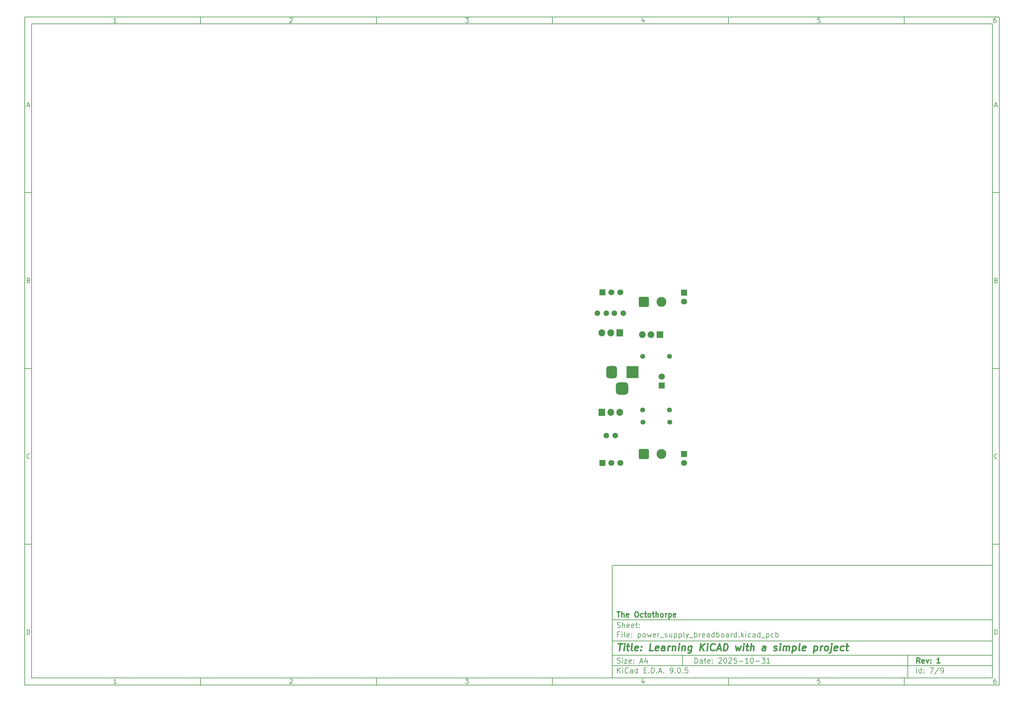
<source format=gts>
%TF.GenerationSoftware,KiCad,Pcbnew,9.0.5*%
%TF.CreationDate,2025-11-01T14:32:35+06:00*%
%TF.ProjectId,power_supply_breadboard,706f7765-725f-4737-9570-706c795f6272,1*%
%TF.SameCoordinates,Original*%
%TF.FileFunction,Soldermask,Top*%
%TF.FilePolarity,Negative*%
%FSLAX46Y46*%
G04 Gerber Fmt 4.6, Leading zero omitted, Abs format (unit mm)*
G04 Created by KiCad (PCBNEW 9.0.5) date 2025-11-01 14:32:35*
%MOMM*%
%LPD*%
G01*
G04 APERTURE LIST*
G04 Aperture macros list*
%AMRoundRect*
0 Rectangle with rounded corners*
0 $1 Rounding radius*
0 $2 $3 $4 $5 $6 $7 $8 $9 X,Y pos of 4 corners*
0 Add a 4 corners polygon primitive as box body*
4,1,4,$2,$3,$4,$5,$6,$7,$8,$9,$2,$3,0*
0 Add four circle primitives for the rounded corners*
1,1,$1+$1,$2,$3*
1,1,$1+$1,$4,$5*
1,1,$1+$1,$6,$7*
1,1,$1+$1,$8,$9*
0 Add four rect primitives between the rounded corners*
20,1,$1+$1,$2,$3,$4,$5,0*
20,1,$1+$1,$4,$5,$6,$7,0*
20,1,$1+$1,$6,$7,$8,$9,0*
20,1,$1+$1,$8,$9,$2,$3,0*%
G04 Aperture macros list end*
%ADD10C,0.100000*%
%ADD11C,0.150000*%
%ADD12C,0.300000*%
%ADD13C,0.400000*%
%ADD14RoundRect,0.250001X-1.149999X-1.149999X1.149999X-1.149999X1.149999X1.149999X-1.149999X1.149999X0*%
%ADD15C,2.800000*%
%ADD16R,1.700000X1.700000*%
%ADD17C,1.700000*%
%ADD18R,1.905000X2.000000*%
%ADD19O,1.905000X2.000000*%
%ADD20C,1.400000*%
%ADD21C,1.600000*%
%ADD22R,3.500000X3.500000*%
%ADD23RoundRect,0.750000X-0.750000X-1.000000X0.750000X-1.000000X0.750000X1.000000X-0.750000X1.000000X0*%
%ADD24RoundRect,0.875000X-0.875000X-0.875000X0.875000X-0.875000X0.875000X0.875000X-0.875000X0.875000X0*%
%ADD25R,1.900000X1.900000*%
%ADD26C,1.900000*%
%ADD27R,1.800000X1.800000*%
%ADD28C,1.800000*%
G04 APERTURE END LIST*
D10*
D11*
X177002200Y-166007200D02*
X285002200Y-166007200D01*
X285002200Y-198007200D01*
X177002200Y-198007200D01*
X177002200Y-166007200D01*
D10*
D11*
X10000000Y-10000000D02*
X287002200Y-10000000D01*
X287002200Y-200007200D01*
X10000000Y-200007200D01*
X10000000Y-10000000D01*
D10*
D11*
X12000000Y-12000000D02*
X285002200Y-12000000D01*
X285002200Y-198007200D01*
X12000000Y-198007200D01*
X12000000Y-12000000D01*
D10*
D11*
X60000000Y-12000000D02*
X60000000Y-10000000D01*
D10*
D11*
X110000000Y-12000000D02*
X110000000Y-10000000D01*
D10*
D11*
X160000000Y-12000000D02*
X160000000Y-10000000D01*
D10*
D11*
X210000000Y-12000000D02*
X210000000Y-10000000D01*
D10*
D11*
X260000000Y-12000000D02*
X260000000Y-10000000D01*
D10*
D11*
X36089160Y-11593604D02*
X35346303Y-11593604D01*
X35717731Y-11593604D02*
X35717731Y-10293604D01*
X35717731Y-10293604D02*
X35593922Y-10479319D01*
X35593922Y-10479319D02*
X35470112Y-10603128D01*
X35470112Y-10603128D02*
X35346303Y-10665033D01*
D10*
D11*
X85346303Y-10417414D02*
X85408207Y-10355509D01*
X85408207Y-10355509D02*
X85532017Y-10293604D01*
X85532017Y-10293604D02*
X85841541Y-10293604D01*
X85841541Y-10293604D02*
X85965350Y-10355509D01*
X85965350Y-10355509D02*
X86027255Y-10417414D01*
X86027255Y-10417414D02*
X86089160Y-10541223D01*
X86089160Y-10541223D02*
X86089160Y-10665033D01*
X86089160Y-10665033D02*
X86027255Y-10850747D01*
X86027255Y-10850747D02*
X85284398Y-11593604D01*
X85284398Y-11593604D02*
X86089160Y-11593604D01*
D10*
D11*
X135284398Y-10293604D02*
X136089160Y-10293604D01*
X136089160Y-10293604D02*
X135655826Y-10788842D01*
X135655826Y-10788842D02*
X135841541Y-10788842D01*
X135841541Y-10788842D02*
X135965350Y-10850747D01*
X135965350Y-10850747D02*
X136027255Y-10912652D01*
X136027255Y-10912652D02*
X136089160Y-11036461D01*
X136089160Y-11036461D02*
X136089160Y-11345985D01*
X136089160Y-11345985D02*
X136027255Y-11469795D01*
X136027255Y-11469795D02*
X135965350Y-11531700D01*
X135965350Y-11531700D02*
X135841541Y-11593604D01*
X135841541Y-11593604D02*
X135470112Y-11593604D01*
X135470112Y-11593604D02*
X135346303Y-11531700D01*
X135346303Y-11531700D02*
X135284398Y-11469795D01*
D10*
D11*
X185965350Y-10726938D02*
X185965350Y-11593604D01*
X185655826Y-10231700D02*
X185346303Y-11160271D01*
X185346303Y-11160271D02*
X186151064Y-11160271D01*
D10*
D11*
X236027255Y-10293604D02*
X235408207Y-10293604D01*
X235408207Y-10293604D02*
X235346303Y-10912652D01*
X235346303Y-10912652D02*
X235408207Y-10850747D01*
X235408207Y-10850747D02*
X235532017Y-10788842D01*
X235532017Y-10788842D02*
X235841541Y-10788842D01*
X235841541Y-10788842D02*
X235965350Y-10850747D01*
X235965350Y-10850747D02*
X236027255Y-10912652D01*
X236027255Y-10912652D02*
X236089160Y-11036461D01*
X236089160Y-11036461D02*
X236089160Y-11345985D01*
X236089160Y-11345985D02*
X236027255Y-11469795D01*
X236027255Y-11469795D02*
X235965350Y-11531700D01*
X235965350Y-11531700D02*
X235841541Y-11593604D01*
X235841541Y-11593604D02*
X235532017Y-11593604D01*
X235532017Y-11593604D02*
X235408207Y-11531700D01*
X235408207Y-11531700D02*
X235346303Y-11469795D01*
D10*
D11*
X285965350Y-10293604D02*
X285717731Y-10293604D01*
X285717731Y-10293604D02*
X285593922Y-10355509D01*
X285593922Y-10355509D02*
X285532017Y-10417414D01*
X285532017Y-10417414D02*
X285408207Y-10603128D01*
X285408207Y-10603128D02*
X285346303Y-10850747D01*
X285346303Y-10850747D02*
X285346303Y-11345985D01*
X285346303Y-11345985D02*
X285408207Y-11469795D01*
X285408207Y-11469795D02*
X285470112Y-11531700D01*
X285470112Y-11531700D02*
X285593922Y-11593604D01*
X285593922Y-11593604D02*
X285841541Y-11593604D01*
X285841541Y-11593604D02*
X285965350Y-11531700D01*
X285965350Y-11531700D02*
X286027255Y-11469795D01*
X286027255Y-11469795D02*
X286089160Y-11345985D01*
X286089160Y-11345985D02*
X286089160Y-11036461D01*
X286089160Y-11036461D02*
X286027255Y-10912652D01*
X286027255Y-10912652D02*
X285965350Y-10850747D01*
X285965350Y-10850747D02*
X285841541Y-10788842D01*
X285841541Y-10788842D02*
X285593922Y-10788842D01*
X285593922Y-10788842D02*
X285470112Y-10850747D01*
X285470112Y-10850747D02*
X285408207Y-10912652D01*
X285408207Y-10912652D02*
X285346303Y-11036461D01*
D10*
D11*
X60000000Y-198007200D02*
X60000000Y-200007200D01*
D10*
D11*
X110000000Y-198007200D02*
X110000000Y-200007200D01*
D10*
D11*
X160000000Y-198007200D02*
X160000000Y-200007200D01*
D10*
D11*
X210000000Y-198007200D02*
X210000000Y-200007200D01*
D10*
D11*
X260000000Y-198007200D02*
X260000000Y-200007200D01*
D10*
D11*
X36089160Y-199600804D02*
X35346303Y-199600804D01*
X35717731Y-199600804D02*
X35717731Y-198300804D01*
X35717731Y-198300804D02*
X35593922Y-198486519D01*
X35593922Y-198486519D02*
X35470112Y-198610328D01*
X35470112Y-198610328D02*
X35346303Y-198672233D01*
D10*
D11*
X85346303Y-198424614D02*
X85408207Y-198362709D01*
X85408207Y-198362709D02*
X85532017Y-198300804D01*
X85532017Y-198300804D02*
X85841541Y-198300804D01*
X85841541Y-198300804D02*
X85965350Y-198362709D01*
X85965350Y-198362709D02*
X86027255Y-198424614D01*
X86027255Y-198424614D02*
X86089160Y-198548423D01*
X86089160Y-198548423D02*
X86089160Y-198672233D01*
X86089160Y-198672233D02*
X86027255Y-198857947D01*
X86027255Y-198857947D02*
X85284398Y-199600804D01*
X85284398Y-199600804D02*
X86089160Y-199600804D01*
D10*
D11*
X135284398Y-198300804D02*
X136089160Y-198300804D01*
X136089160Y-198300804D02*
X135655826Y-198796042D01*
X135655826Y-198796042D02*
X135841541Y-198796042D01*
X135841541Y-198796042D02*
X135965350Y-198857947D01*
X135965350Y-198857947D02*
X136027255Y-198919852D01*
X136027255Y-198919852D02*
X136089160Y-199043661D01*
X136089160Y-199043661D02*
X136089160Y-199353185D01*
X136089160Y-199353185D02*
X136027255Y-199476995D01*
X136027255Y-199476995D02*
X135965350Y-199538900D01*
X135965350Y-199538900D02*
X135841541Y-199600804D01*
X135841541Y-199600804D02*
X135470112Y-199600804D01*
X135470112Y-199600804D02*
X135346303Y-199538900D01*
X135346303Y-199538900D02*
X135284398Y-199476995D01*
D10*
D11*
X185965350Y-198734138D02*
X185965350Y-199600804D01*
X185655826Y-198238900D02*
X185346303Y-199167471D01*
X185346303Y-199167471D02*
X186151064Y-199167471D01*
D10*
D11*
X236027255Y-198300804D02*
X235408207Y-198300804D01*
X235408207Y-198300804D02*
X235346303Y-198919852D01*
X235346303Y-198919852D02*
X235408207Y-198857947D01*
X235408207Y-198857947D02*
X235532017Y-198796042D01*
X235532017Y-198796042D02*
X235841541Y-198796042D01*
X235841541Y-198796042D02*
X235965350Y-198857947D01*
X235965350Y-198857947D02*
X236027255Y-198919852D01*
X236027255Y-198919852D02*
X236089160Y-199043661D01*
X236089160Y-199043661D02*
X236089160Y-199353185D01*
X236089160Y-199353185D02*
X236027255Y-199476995D01*
X236027255Y-199476995D02*
X235965350Y-199538900D01*
X235965350Y-199538900D02*
X235841541Y-199600804D01*
X235841541Y-199600804D02*
X235532017Y-199600804D01*
X235532017Y-199600804D02*
X235408207Y-199538900D01*
X235408207Y-199538900D02*
X235346303Y-199476995D01*
D10*
D11*
X285965350Y-198300804D02*
X285717731Y-198300804D01*
X285717731Y-198300804D02*
X285593922Y-198362709D01*
X285593922Y-198362709D02*
X285532017Y-198424614D01*
X285532017Y-198424614D02*
X285408207Y-198610328D01*
X285408207Y-198610328D02*
X285346303Y-198857947D01*
X285346303Y-198857947D02*
X285346303Y-199353185D01*
X285346303Y-199353185D02*
X285408207Y-199476995D01*
X285408207Y-199476995D02*
X285470112Y-199538900D01*
X285470112Y-199538900D02*
X285593922Y-199600804D01*
X285593922Y-199600804D02*
X285841541Y-199600804D01*
X285841541Y-199600804D02*
X285965350Y-199538900D01*
X285965350Y-199538900D02*
X286027255Y-199476995D01*
X286027255Y-199476995D02*
X286089160Y-199353185D01*
X286089160Y-199353185D02*
X286089160Y-199043661D01*
X286089160Y-199043661D02*
X286027255Y-198919852D01*
X286027255Y-198919852D02*
X285965350Y-198857947D01*
X285965350Y-198857947D02*
X285841541Y-198796042D01*
X285841541Y-198796042D02*
X285593922Y-198796042D01*
X285593922Y-198796042D02*
X285470112Y-198857947D01*
X285470112Y-198857947D02*
X285408207Y-198919852D01*
X285408207Y-198919852D02*
X285346303Y-199043661D01*
D10*
D11*
X10000000Y-60000000D02*
X12000000Y-60000000D01*
D10*
D11*
X10000000Y-110000000D02*
X12000000Y-110000000D01*
D10*
D11*
X10000000Y-160000000D02*
X12000000Y-160000000D01*
D10*
D11*
X10690476Y-35222176D02*
X11309523Y-35222176D01*
X10566666Y-35593604D02*
X10999999Y-34293604D01*
X10999999Y-34293604D02*
X11433333Y-35593604D01*
D10*
D11*
X11092857Y-84912652D02*
X11278571Y-84974557D01*
X11278571Y-84974557D02*
X11340476Y-85036461D01*
X11340476Y-85036461D02*
X11402380Y-85160271D01*
X11402380Y-85160271D02*
X11402380Y-85345985D01*
X11402380Y-85345985D02*
X11340476Y-85469795D01*
X11340476Y-85469795D02*
X11278571Y-85531700D01*
X11278571Y-85531700D02*
X11154761Y-85593604D01*
X11154761Y-85593604D02*
X10659523Y-85593604D01*
X10659523Y-85593604D02*
X10659523Y-84293604D01*
X10659523Y-84293604D02*
X11092857Y-84293604D01*
X11092857Y-84293604D02*
X11216666Y-84355509D01*
X11216666Y-84355509D02*
X11278571Y-84417414D01*
X11278571Y-84417414D02*
X11340476Y-84541223D01*
X11340476Y-84541223D02*
X11340476Y-84665033D01*
X11340476Y-84665033D02*
X11278571Y-84788842D01*
X11278571Y-84788842D02*
X11216666Y-84850747D01*
X11216666Y-84850747D02*
X11092857Y-84912652D01*
X11092857Y-84912652D02*
X10659523Y-84912652D01*
D10*
D11*
X11402380Y-135469795D02*
X11340476Y-135531700D01*
X11340476Y-135531700D02*
X11154761Y-135593604D01*
X11154761Y-135593604D02*
X11030952Y-135593604D01*
X11030952Y-135593604D02*
X10845238Y-135531700D01*
X10845238Y-135531700D02*
X10721428Y-135407890D01*
X10721428Y-135407890D02*
X10659523Y-135284080D01*
X10659523Y-135284080D02*
X10597619Y-135036461D01*
X10597619Y-135036461D02*
X10597619Y-134850747D01*
X10597619Y-134850747D02*
X10659523Y-134603128D01*
X10659523Y-134603128D02*
X10721428Y-134479319D01*
X10721428Y-134479319D02*
X10845238Y-134355509D01*
X10845238Y-134355509D02*
X11030952Y-134293604D01*
X11030952Y-134293604D02*
X11154761Y-134293604D01*
X11154761Y-134293604D02*
X11340476Y-134355509D01*
X11340476Y-134355509D02*
X11402380Y-134417414D01*
D10*
D11*
X10659523Y-185593604D02*
X10659523Y-184293604D01*
X10659523Y-184293604D02*
X10969047Y-184293604D01*
X10969047Y-184293604D02*
X11154761Y-184355509D01*
X11154761Y-184355509D02*
X11278571Y-184479319D01*
X11278571Y-184479319D02*
X11340476Y-184603128D01*
X11340476Y-184603128D02*
X11402380Y-184850747D01*
X11402380Y-184850747D02*
X11402380Y-185036461D01*
X11402380Y-185036461D02*
X11340476Y-185284080D01*
X11340476Y-185284080D02*
X11278571Y-185407890D01*
X11278571Y-185407890D02*
X11154761Y-185531700D01*
X11154761Y-185531700D02*
X10969047Y-185593604D01*
X10969047Y-185593604D02*
X10659523Y-185593604D01*
D10*
D11*
X287002200Y-60000000D02*
X285002200Y-60000000D01*
D10*
D11*
X287002200Y-110000000D02*
X285002200Y-110000000D01*
D10*
D11*
X287002200Y-160000000D02*
X285002200Y-160000000D01*
D10*
D11*
X285692676Y-35222176D02*
X286311723Y-35222176D01*
X285568866Y-35593604D02*
X286002199Y-34293604D01*
X286002199Y-34293604D02*
X286435533Y-35593604D01*
D10*
D11*
X286095057Y-84912652D02*
X286280771Y-84974557D01*
X286280771Y-84974557D02*
X286342676Y-85036461D01*
X286342676Y-85036461D02*
X286404580Y-85160271D01*
X286404580Y-85160271D02*
X286404580Y-85345985D01*
X286404580Y-85345985D02*
X286342676Y-85469795D01*
X286342676Y-85469795D02*
X286280771Y-85531700D01*
X286280771Y-85531700D02*
X286156961Y-85593604D01*
X286156961Y-85593604D02*
X285661723Y-85593604D01*
X285661723Y-85593604D02*
X285661723Y-84293604D01*
X285661723Y-84293604D02*
X286095057Y-84293604D01*
X286095057Y-84293604D02*
X286218866Y-84355509D01*
X286218866Y-84355509D02*
X286280771Y-84417414D01*
X286280771Y-84417414D02*
X286342676Y-84541223D01*
X286342676Y-84541223D02*
X286342676Y-84665033D01*
X286342676Y-84665033D02*
X286280771Y-84788842D01*
X286280771Y-84788842D02*
X286218866Y-84850747D01*
X286218866Y-84850747D02*
X286095057Y-84912652D01*
X286095057Y-84912652D02*
X285661723Y-84912652D01*
D10*
D11*
X286404580Y-135469795D02*
X286342676Y-135531700D01*
X286342676Y-135531700D02*
X286156961Y-135593604D01*
X286156961Y-135593604D02*
X286033152Y-135593604D01*
X286033152Y-135593604D02*
X285847438Y-135531700D01*
X285847438Y-135531700D02*
X285723628Y-135407890D01*
X285723628Y-135407890D02*
X285661723Y-135284080D01*
X285661723Y-135284080D02*
X285599819Y-135036461D01*
X285599819Y-135036461D02*
X285599819Y-134850747D01*
X285599819Y-134850747D02*
X285661723Y-134603128D01*
X285661723Y-134603128D02*
X285723628Y-134479319D01*
X285723628Y-134479319D02*
X285847438Y-134355509D01*
X285847438Y-134355509D02*
X286033152Y-134293604D01*
X286033152Y-134293604D02*
X286156961Y-134293604D01*
X286156961Y-134293604D02*
X286342676Y-134355509D01*
X286342676Y-134355509D02*
X286404580Y-134417414D01*
D10*
D11*
X285661723Y-185593604D02*
X285661723Y-184293604D01*
X285661723Y-184293604D02*
X285971247Y-184293604D01*
X285971247Y-184293604D02*
X286156961Y-184355509D01*
X286156961Y-184355509D02*
X286280771Y-184479319D01*
X286280771Y-184479319D02*
X286342676Y-184603128D01*
X286342676Y-184603128D02*
X286404580Y-184850747D01*
X286404580Y-184850747D02*
X286404580Y-185036461D01*
X286404580Y-185036461D02*
X286342676Y-185284080D01*
X286342676Y-185284080D02*
X286280771Y-185407890D01*
X286280771Y-185407890D02*
X286156961Y-185531700D01*
X286156961Y-185531700D02*
X285971247Y-185593604D01*
X285971247Y-185593604D02*
X285661723Y-185593604D01*
D10*
D11*
X200458026Y-193793328D02*
X200458026Y-192293328D01*
X200458026Y-192293328D02*
X200815169Y-192293328D01*
X200815169Y-192293328D02*
X201029455Y-192364757D01*
X201029455Y-192364757D02*
X201172312Y-192507614D01*
X201172312Y-192507614D02*
X201243741Y-192650471D01*
X201243741Y-192650471D02*
X201315169Y-192936185D01*
X201315169Y-192936185D02*
X201315169Y-193150471D01*
X201315169Y-193150471D02*
X201243741Y-193436185D01*
X201243741Y-193436185D02*
X201172312Y-193579042D01*
X201172312Y-193579042D02*
X201029455Y-193721900D01*
X201029455Y-193721900D02*
X200815169Y-193793328D01*
X200815169Y-193793328D02*
X200458026Y-193793328D01*
X202600884Y-193793328D02*
X202600884Y-193007614D01*
X202600884Y-193007614D02*
X202529455Y-192864757D01*
X202529455Y-192864757D02*
X202386598Y-192793328D01*
X202386598Y-192793328D02*
X202100884Y-192793328D01*
X202100884Y-192793328D02*
X201958026Y-192864757D01*
X202600884Y-193721900D02*
X202458026Y-193793328D01*
X202458026Y-193793328D02*
X202100884Y-193793328D01*
X202100884Y-193793328D02*
X201958026Y-193721900D01*
X201958026Y-193721900D02*
X201886598Y-193579042D01*
X201886598Y-193579042D02*
X201886598Y-193436185D01*
X201886598Y-193436185D02*
X201958026Y-193293328D01*
X201958026Y-193293328D02*
X202100884Y-193221900D01*
X202100884Y-193221900D02*
X202458026Y-193221900D01*
X202458026Y-193221900D02*
X202600884Y-193150471D01*
X203100884Y-192793328D02*
X203672312Y-192793328D01*
X203315169Y-192293328D02*
X203315169Y-193579042D01*
X203315169Y-193579042D02*
X203386598Y-193721900D01*
X203386598Y-193721900D02*
X203529455Y-193793328D01*
X203529455Y-193793328D02*
X203672312Y-193793328D01*
X204743741Y-193721900D02*
X204600884Y-193793328D01*
X204600884Y-193793328D02*
X204315170Y-193793328D01*
X204315170Y-193793328D02*
X204172312Y-193721900D01*
X204172312Y-193721900D02*
X204100884Y-193579042D01*
X204100884Y-193579042D02*
X204100884Y-193007614D01*
X204100884Y-193007614D02*
X204172312Y-192864757D01*
X204172312Y-192864757D02*
X204315170Y-192793328D01*
X204315170Y-192793328D02*
X204600884Y-192793328D01*
X204600884Y-192793328D02*
X204743741Y-192864757D01*
X204743741Y-192864757D02*
X204815170Y-193007614D01*
X204815170Y-193007614D02*
X204815170Y-193150471D01*
X204815170Y-193150471D02*
X204100884Y-193293328D01*
X205458026Y-193650471D02*
X205529455Y-193721900D01*
X205529455Y-193721900D02*
X205458026Y-193793328D01*
X205458026Y-193793328D02*
X205386598Y-193721900D01*
X205386598Y-193721900D02*
X205458026Y-193650471D01*
X205458026Y-193650471D02*
X205458026Y-193793328D01*
X205458026Y-192864757D02*
X205529455Y-192936185D01*
X205529455Y-192936185D02*
X205458026Y-193007614D01*
X205458026Y-193007614D02*
X205386598Y-192936185D01*
X205386598Y-192936185D02*
X205458026Y-192864757D01*
X205458026Y-192864757D02*
X205458026Y-193007614D01*
X207243741Y-192436185D02*
X207315169Y-192364757D01*
X207315169Y-192364757D02*
X207458027Y-192293328D01*
X207458027Y-192293328D02*
X207815169Y-192293328D01*
X207815169Y-192293328D02*
X207958027Y-192364757D01*
X207958027Y-192364757D02*
X208029455Y-192436185D01*
X208029455Y-192436185D02*
X208100884Y-192579042D01*
X208100884Y-192579042D02*
X208100884Y-192721900D01*
X208100884Y-192721900D02*
X208029455Y-192936185D01*
X208029455Y-192936185D02*
X207172312Y-193793328D01*
X207172312Y-193793328D02*
X208100884Y-193793328D01*
X209029455Y-192293328D02*
X209172312Y-192293328D01*
X209172312Y-192293328D02*
X209315169Y-192364757D01*
X209315169Y-192364757D02*
X209386598Y-192436185D01*
X209386598Y-192436185D02*
X209458026Y-192579042D01*
X209458026Y-192579042D02*
X209529455Y-192864757D01*
X209529455Y-192864757D02*
X209529455Y-193221900D01*
X209529455Y-193221900D02*
X209458026Y-193507614D01*
X209458026Y-193507614D02*
X209386598Y-193650471D01*
X209386598Y-193650471D02*
X209315169Y-193721900D01*
X209315169Y-193721900D02*
X209172312Y-193793328D01*
X209172312Y-193793328D02*
X209029455Y-193793328D01*
X209029455Y-193793328D02*
X208886598Y-193721900D01*
X208886598Y-193721900D02*
X208815169Y-193650471D01*
X208815169Y-193650471D02*
X208743740Y-193507614D01*
X208743740Y-193507614D02*
X208672312Y-193221900D01*
X208672312Y-193221900D02*
X208672312Y-192864757D01*
X208672312Y-192864757D02*
X208743740Y-192579042D01*
X208743740Y-192579042D02*
X208815169Y-192436185D01*
X208815169Y-192436185D02*
X208886598Y-192364757D01*
X208886598Y-192364757D02*
X209029455Y-192293328D01*
X210100883Y-192436185D02*
X210172311Y-192364757D01*
X210172311Y-192364757D02*
X210315169Y-192293328D01*
X210315169Y-192293328D02*
X210672311Y-192293328D01*
X210672311Y-192293328D02*
X210815169Y-192364757D01*
X210815169Y-192364757D02*
X210886597Y-192436185D01*
X210886597Y-192436185D02*
X210958026Y-192579042D01*
X210958026Y-192579042D02*
X210958026Y-192721900D01*
X210958026Y-192721900D02*
X210886597Y-192936185D01*
X210886597Y-192936185D02*
X210029454Y-193793328D01*
X210029454Y-193793328D02*
X210958026Y-193793328D01*
X212315168Y-192293328D02*
X211600882Y-192293328D01*
X211600882Y-192293328D02*
X211529454Y-193007614D01*
X211529454Y-193007614D02*
X211600882Y-192936185D01*
X211600882Y-192936185D02*
X211743740Y-192864757D01*
X211743740Y-192864757D02*
X212100882Y-192864757D01*
X212100882Y-192864757D02*
X212243740Y-192936185D01*
X212243740Y-192936185D02*
X212315168Y-193007614D01*
X212315168Y-193007614D02*
X212386597Y-193150471D01*
X212386597Y-193150471D02*
X212386597Y-193507614D01*
X212386597Y-193507614D02*
X212315168Y-193650471D01*
X212315168Y-193650471D02*
X212243740Y-193721900D01*
X212243740Y-193721900D02*
X212100882Y-193793328D01*
X212100882Y-193793328D02*
X211743740Y-193793328D01*
X211743740Y-193793328D02*
X211600882Y-193721900D01*
X211600882Y-193721900D02*
X211529454Y-193650471D01*
X213029453Y-193221900D02*
X214172311Y-193221900D01*
X215672311Y-193793328D02*
X214815168Y-193793328D01*
X215243739Y-193793328D02*
X215243739Y-192293328D01*
X215243739Y-192293328D02*
X215100882Y-192507614D01*
X215100882Y-192507614D02*
X214958025Y-192650471D01*
X214958025Y-192650471D02*
X214815168Y-192721900D01*
X216600882Y-192293328D02*
X216743739Y-192293328D01*
X216743739Y-192293328D02*
X216886596Y-192364757D01*
X216886596Y-192364757D02*
X216958025Y-192436185D01*
X216958025Y-192436185D02*
X217029453Y-192579042D01*
X217029453Y-192579042D02*
X217100882Y-192864757D01*
X217100882Y-192864757D02*
X217100882Y-193221900D01*
X217100882Y-193221900D02*
X217029453Y-193507614D01*
X217029453Y-193507614D02*
X216958025Y-193650471D01*
X216958025Y-193650471D02*
X216886596Y-193721900D01*
X216886596Y-193721900D02*
X216743739Y-193793328D01*
X216743739Y-193793328D02*
X216600882Y-193793328D01*
X216600882Y-193793328D02*
X216458025Y-193721900D01*
X216458025Y-193721900D02*
X216386596Y-193650471D01*
X216386596Y-193650471D02*
X216315167Y-193507614D01*
X216315167Y-193507614D02*
X216243739Y-193221900D01*
X216243739Y-193221900D02*
X216243739Y-192864757D01*
X216243739Y-192864757D02*
X216315167Y-192579042D01*
X216315167Y-192579042D02*
X216386596Y-192436185D01*
X216386596Y-192436185D02*
X216458025Y-192364757D01*
X216458025Y-192364757D02*
X216600882Y-192293328D01*
X217743738Y-193221900D02*
X218886596Y-193221900D01*
X219458024Y-192293328D02*
X220386596Y-192293328D01*
X220386596Y-192293328D02*
X219886596Y-192864757D01*
X219886596Y-192864757D02*
X220100881Y-192864757D01*
X220100881Y-192864757D02*
X220243739Y-192936185D01*
X220243739Y-192936185D02*
X220315167Y-193007614D01*
X220315167Y-193007614D02*
X220386596Y-193150471D01*
X220386596Y-193150471D02*
X220386596Y-193507614D01*
X220386596Y-193507614D02*
X220315167Y-193650471D01*
X220315167Y-193650471D02*
X220243739Y-193721900D01*
X220243739Y-193721900D02*
X220100881Y-193793328D01*
X220100881Y-193793328D02*
X219672310Y-193793328D01*
X219672310Y-193793328D02*
X219529453Y-193721900D01*
X219529453Y-193721900D02*
X219458024Y-193650471D01*
X221815167Y-193793328D02*
X220958024Y-193793328D01*
X221386595Y-193793328D02*
X221386595Y-192293328D01*
X221386595Y-192293328D02*
X221243738Y-192507614D01*
X221243738Y-192507614D02*
X221100881Y-192650471D01*
X221100881Y-192650471D02*
X220958024Y-192721900D01*
D10*
D11*
X177002200Y-194507200D02*
X285002200Y-194507200D01*
D10*
D11*
X178458026Y-196593328D02*
X178458026Y-195093328D01*
X179315169Y-196593328D02*
X178672312Y-195736185D01*
X179315169Y-195093328D02*
X178458026Y-195950471D01*
X179958026Y-196593328D02*
X179958026Y-195593328D01*
X179958026Y-195093328D02*
X179886598Y-195164757D01*
X179886598Y-195164757D02*
X179958026Y-195236185D01*
X179958026Y-195236185D02*
X180029455Y-195164757D01*
X180029455Y-195164757D02*
X179958026Y-195093328D01*
X179958026Y-195093328D02*
X179958026Y-195236185D01*
X181529455Y-196450471D02*
X181458027Y-196521900D01*
X181458027Y-196521900D02*
X181243741Y-196593328D01*
X181243741Y-196593328D02*
X181100884Y-196593328D01*
X181100884Y-196593328D02*
X180886598Y-196521900D01*
X180886598Y-196521900D02*
X180743741Y-196379042D01*
X180743741Y-196379042D02*
X180672312Y-196236185D01*
X180672312Y-196236185D02*
X180600884Y-195950471D01*
X180600884Y-195950471D02*
X180600884Y-195736185D01*
X180600884Y-195736185D02*
X180672312Y-195450471D01*
X180672312Y-195450471D02*
X180743741Y-195307614D01*
X180743741Y-195307614D02*
X180886598Y-195164757D01*
X180886598Y-195164757D02*
X181100884Y-195093328D01*
X181100884Y-195093328D02*
X181243741Y-195093328D01*
X181243741Y-195093328D02*
X181458027Y-195164757D01*
X181458027Y-195164757D02*
X181529455Y-195236185D01*
X182815170Y-196593328D02*
X182815170Y-195807614D01*
X182815170Y-195807614D02*
X182743741Y-195664757D01*
X182743741Y-195664757D02*
X182600884Y-195593328D01*
X182600884Y-195593328D02*
X182315170Y-195593328D01*
X182315170Y-195593328D02*
X182172312Y-195664757D01*
X182815170Y-196521900D02*
X182672312Y-196593328D01*
X182672312Y-196593328D02*
X182315170Y-196593328D01*
X182315170Y-196593328D02*
X182172312Y-196521900D01*
X182172312Y-196521900D02*
X182100884Y-196379042D01*
X182100884Y-196379042D02*
X182100884Y-196236185D01*
X182100884Y-196236185D02*
X182172312Y-196093328D01*
X182172312Y-196093328D02*
X182315170Y-196021900D01*
X182315170Y-196021900D02*
X182672312Y-196021900D01*
X182672312Y-196021900D02*
X182815170Y-195950471D01*
X184172313Y-196593328D02*
X184172313Y-195093328D01*
X184172313Y-196521900D02*
X184029455Y-196593328D01*
X184029455Y-196593328D02*
X183743741Y-196593328D01*
X183743741Y-196593328D02*
X183600884Y-196521900D01*
X183600884Y-196521900D02*
X183529455Y-196450471D01*
X183529455Y-196450471D02*
X183458027Y-196307614D01*
X183458027Y-196307614D02*
X183458027Y-195879042D01*
X183458027Y-195879042D02*
X183529455Y-195736185D01*
X183529455Y-195736185D02*
X183600884Y-195664757D01*
X183600884Y-195664757D02*
X183743741Y-195593328D01*
X183743741Y-195593328D02*
X184029455Y-195593328D01*
X184029455Y-195593328D02*
X184172313Y-195664757D01*
X186029455Y-195807614D02*
X186529455Y-195807614D01*
X186743741Y-196593328D02*
X186029455Y-196593328D01*
X186029455Y-196593328D02*
X186029455Y-195093328D01*
X186029455Y-195093328D02*
X186743741Y-195093328D01*
X187386598Y-196450471D02*
X187458027Y-196521900D01*
X187458027Y-196521900D02*
X187386598Y-196593328D01*
X187386598Y-196593328D02*
X187315170Y-196521900D01*
X187315170Y-196521900D02*
X187386598Y-196450471D01*
X187386598Y-196450471D02*
X187386598Y-196593328D01*
X188100884Y-196593328D02*
X188100884Y-195093328D01*
X188100884Y-195093328D02*
X188458027Y-195093328D01*
X188458027Y-195093328D02*
X188672313Y-195164757D01*
X188672313Y-195164757D02*
X188815170Y-195307614D01*
X188815170Y-195307614D02*
X188886599Y-195450471D01*
X188886599Y-195450471D02*
X188958027Y-195736185D01*
X188958027Y-195736185D02*
X188958027Y-195950471D01*
X188958027Y-195950471D02*
X188886599Y-196236185D01*
X188886599Y-196236185D02*
X188815170Y-196379042D01*
X188815170Y-196379042D02*
X188672313Y-196521900D01*
X188672313Y-196521900D02*
X188458027Y-196593328D01*
X188458027Y-196593328D02*
X188100884Y-196593328D01*
X189600884Y-196450471D02*
X189672313Y-196521900D01*
X189672313Y-196521900D02*
X189600884Y-196593328D01*
X189600884Y-196593328D02*
X189529456Y-196521900D01*
X189529456Y-196521900D02*
X189600884Y-196450471D01*
X189600884Y-196450471D02*
X189600884Y-196593328D01*
X190243742Y-196164757D02*
X190958028Y-196164757D01*
X190100885Y-196593328D02*
X190600885Y-195093328D01*
X190600885Y-195093328D02*
X191100885Y-196593328D01*
X191600884Y-196450471D02*
X191672313Y-196521900D01*
X191672313Y-196521900D02*
X191600884Y-196593328D01*
X191600884Y-196593328D02*
X191529456Y-196521900D01*
X191529456Y-196521900D02*
X191600884Y-196450471D01*
X191600884Y-196450471D02*
X191600884Y-196593328D01*
X193529456Y-196593328D02*
X193815170Y-196593328D01*
X193815170Y-196593328D02*
X193958027Y-196521900D01*
X193958027Y-196521900D02*
X194029456Y-196450471D01*
X194029456Y-196450471D02*
X194172313Y-196236185D01*
X194172313Y-196236185D02*
X194243742Y-195950471D01*
X194243742Y-195950471D02*
X194243742Y-195379042D01*
X194243742Y-195379042D02*
X194172313Y-195236185D01*
X194172313Y-195236185D02*
X194100885Y-195164757D01*
X194100885Y-195164757D02*
X193958027Y-195093328D01*
X193958027Y-195093328D02*
X193672313Y-195093328D01*
X193672313Y-195093328D02*
X193529456Y-195164757D01*
X193529456Y-195164757D02*
X193458027Y-195236185D01*
X193458027Y-195236185D02*
X193386599Y-195379042D01*
X193386599Y-195379042D02*
X193386599Y-195736185D01*
X193386599Y-195736185D02*
X193458027Y-195879042D01*
X193458027Y-195879042D02*
X193529456Y-195950471D01*
X193529456Y-195950471D02*
X193672313Y-196021900D01*
X193672313Y-196021900D02*
X193958027Y-196021900D01*
X193958027Y-196021900D02*
X194100885Y-195950471D01*
X194100885Y-195950471D02*
X194172313Y-195879042D01*
X194172313Y-195879042D02*
X194243742Y-195736185D01*
X194886598Y-196450471D02*
X194958027Y-196521900D01*
X194958027Y-196521900D02*
X194886598Y-196593328D01*
X194886598Y-196593328D02*
X194815170Y-196521900D01*
X194815170Y-196521900D02*
X194886598Y-196450471D01*
X194886598Y-196450471D02*
X194886598Y-196593328D01*
X195886599Y-195093328D02*
X196029456Y-195093328D01*
X196029456Y-195093328D02*
X196172313Y-195164757D01*
X196172313Y-195164757D02*
X196243742Y-195236185D01*
X196243742Y-195236185D02*
X196315170Y-195379042D01*
X196315170Y-195379042D02*
X196386599Y-195664757D01*
X196386599Y-195664757D02*
X196386599Y-196021900D01*
X196386599Y-196021900D02*
X196315170Y-196307614D01*
X196315170Y-196307614D02*
X196243742Y-196450471D01*
X196243742Y-196450471D02*
X196172313Y-196521900D01*
X196172313Y-196521900D02*
X196029456Y-196593328D01*
X196029456Y-196593328D02*
X195886599Y-196593328D01*
X195886599Y-196593328D02*
X195743742Y-196521900D01*
X195743742Y-196521900D02*
X195672313Y-196450471D01*
X195672313Y-196450471D02*
X195600884Y-196307614D01*
X195600884Y-196307614D02*
X195529456Y-196021900D01*
X195529456Y-196021900D02*
X195529456Y-195664757D01*
X195529456Y-195664757D02*
X195600884Y-195379042D01*
X195600884Y-195379042D02*
X195672313Y-195236185D01*
X195672313Y-195236185D02*
X195743742Y-195164757D01*
X195743742Y-195164757D02*
X195886599Y-195093328D01*
X197029455Y-196450471D02*
X197100884Y-196521900D01*
X197100884Y-196521900D02*
X197029455Y-196593328D01*
X197029455Y-196593328D02*
X196958027Y-196521900D01*
X196958027Y-196521900D02*
X197029455Y-196450471D01*
X197029455Y-196450471D02*
X197029455Y-196593328D01*
X198458027Y-195093328D02*
X197743741Y-195093328D01*
X197743741Y-195093328D02*
X197672313Y-195807614D01*
X197672313Y-195807614D02*
X197743741Y-195736185D01*
X197743741Y-195736185D02*
X197886599Y-195664757D01*
X197886599Y-195664757D02*
X198243741Y-195664757D01*
X198243741Y-195664757D02*
X198386599Y-195736185D01*
X198386599Y-195736185D02*
X198458027Y-195807614D01*
X198458027Y-195807614D02*
X198529456Y-195950471D01*
X198529456Y-195950471D02*
X198529456Y-196307614D01*
X198529456Y-196307614D02*
X198458027Y-196450471D01*
X198458027Y-196450471D02*
X198386599Y-196521900D01*
X198386599Y-196521900D02*
X198243741Y-196593328D01*
X198243741Y-196593328D02*
X197886599Y-196593328D01*
X197886599Y-196593328D02*
X197743741Y-196521900D01*
X197743741Y-196521900D02*
X197672313Y-196450471D01*
D10*
D11*
X177002200Y-191507200D02*
X285002200Y-191507200D01*
D10*
D12*
X264413853Y-193785528D02*
X263913853Y-193071242D01*
X263556710Y-193785528D02*
X263556710Y-192285528D01*
X263556710Y-192285528D02*
X264128139Y-192285528D01*
X264128139Y-192285528D02*
X264270996Y-192356957D01*
X264270996Y-192356957D02*
X264342425Y-192428385D01*
X264342425Y-192428385D02*
X264413853Y-192571242D01*
X264413853Y-192571242D02*
X264413853Y-192785528D01*
X264413853Y-192785528D02*
X264342425Y-192928385D01*
X264342425Y-192928385D02*
X264270996Y-192999814D01*
X264270996Y-192999814D02*
X264128139Y-193071242D01*
X264128139Y-193071242D02*
X263556710Y-193071242D01*
X265628139Y-193714100D02*
X265485282Y-193785528D01*
X265485282Y-193785528D02*
X265199568Y-193785528D01*
X265199568Y-193785528D02*
X265056710Y-193714100D01*
X265056710Y-193714100D02*
X264985282Y-193571242D01*
X264985282Y-193571242D02*
X264985282Y-192999814D01*
X264985282Y-192999814D02*
X265056710Y-192856957D01*
X265056710Y-192856957D02*
X265199568Y-192785528D01*
X265199568Y-192785528D02*
X265485282Y-192785528D01*
X265485282Y-192785528D02*
X265628139Y-192856957D01*
X265628139Y-192856957D02*
X265699568Y-192999814D01*
X265699568Y-192999814D02*
X265699568Y-193142671D01*
X265699568Y-193142671D02*
X264985282Y-193285528D01*
X266199567Y-192785528D02*
X266556710Y-193785528D01*
X266556710Y-193785528D02*
X266913853Y-192785528D01*
X267485281Y-193642671D02*
X267556710Y-193714100D01*
X267556710Y-193714100D02*
X267485281Y-193785528D01*
X267485281Y-193785528D02*
X267413853Y-193714100D01*
X267413853Y-193714100D02*
X267485281Y-193642671D01*
X267485281Y-193642671D02*
X267485281Y-193785528D01*
X267485281Y-192856957D02*
X267556710Y-192928385D01*
X267556710Y-192928385D02*
X267485281Y-192999814D01*
X267485281Y-192999814D02*
X267413853Y-192928385D01*
X267413853Y-192928385D02*
X267485281Y-192856957D01*
X267485281Y-192856957D02*
X267485281Y-192999814D01*
X270128139Y-193785528D02*
X269270996Y-193785528D01*
X269699567Y-193785528D02*
X269699567Y-192285528D01*
X269699567Y-192285528D02*
X269556710Y-192499814D01*
X269556710Y-192499814D02*
X269413853Y-192642671D01*
X269413853Y-192642671D02*
X269270996Y-192714100D01*
D10*
D11*
X178386598Y-193721900D02*
X178600884Y-193793328D01*
X178600884Y-193793328D02*
X178958026Y-193793328D01*
X178958026Y-193793328D02*
X179100884Y-193721900D01*
X179100884Y-193721900D02*
X179172312Y-193650471D01*
X179172312Y-193650471D02*
X179243741Y-193507614D01*
X179243741Y-193507614D02*
X179243741Y-193364757D01*
X179243741Y-193364757D02*
X179172312Y-193221900D01*
X179172312Y-193221900D02*
X179100884Y-193150471D01*
X179100884Y-193150471D02*
X178958026Y-193079042D01*
X178958026Y-193079042D02*
X178672312Y-193007614D01*
X178672312Y-193007614D02*
X178529455Y-192936185D01*
X178529455Y-192936185D02*
X178458026Y-192864757D01*
X178458026Y-192864757D02*
X178386598Y-192721900D01*
X178386598Y-192721900D02*
X178386598Y-192579042D01*
X178386598Y-192579042D02*
X178458026Y-192436185D01*
X178458026Y-192436185D02*
X178529455Y-192364757D01*
X178529455Y-192364757D02*
X178672312Y-192293328D01*
X178672312Y-192293328D02*
X179029455Y-192293328D01*
X179029455Y-192293328D02*
X179243741Y-192364757D01*
X179886597Y-193793328D02*
X179886597Y-192793328D01*
X179886597Y-192293328D02*
X179815169Y-192364757D01*
X179815169Y-192364757D02*
X179886597Y-192436185D01*
X179886597Y-192436185D02*
X179958026Y-192364757D01*
X179958026Y-192364757D02*
X179886597Y-192293328D01*
X179886597Y-192293328D02*
X179886597Y-192436185D01*
X180458026Y-192793328D02*
X181243741Y-192793328D01*
X181243741Y-192793328D02*
X180458026Y-193793328D01*
X180458026Y-193793328D02*
X181243741Y-193793328D01*
X182386598Y-193721900D02*
X182243741Y-193793328D01*
X182243741Y-193793328D02*
X181958027Y-193793328D01*
X181958027Y-193793328D02*
X181815169Y-193721900D01*
X181815169Y-193721900D02*
X181743741Y-193579042D01*
X181743741Y-193579042D02*
X181743741Y-193007614D01*
X181743741Y-193007614D02*
X181815169Y-192864757D01*
X181815169Y-192864757D02*
X181958027Y-192793328D01*
X181958027Y-192793328D02*
X182243741Y-192793328D01*
X182243741Y-192793328D02*
X182386598Y-192864757D01*
X182386598Y-192864757D02*
X182458027Y-193007614D01*
X182458027Y-193007614D02*
X182458027Y-193150471D01*
X182458027Y-193150471D02*
X181743741Y-193293328D01*
X183100883Y-193650471D02*
X183172312Y-193721900D01*
X183172312Y-193721900D02*
X183100883Y-193793328D01*
X183100883Y-193793328D02*
X183029455Y-193721900D01*
X183029455Y-193721900D02*
X183100883Y-193650471D01*
X183100883Y-193650471D02*
X183100883Y-193793328D01*
X183100883Y-192864757D02*
X183172312Y-192936185D01*
X183172312Y-192936185D02*
X183100883Y-193007614D01*
X183100883Y-193007614D02*
X183029455Y-192936185D01*
X183029455Y-192936185D02*
X183100883Y-192864757D01*
X183100883Y-192864757D02*
X183100883Y-193007614D01*
X184886598Y-193364757D02*
X185600884Y-193364757D01*
X184743741Y-193793328D02*
X185243741Y-192293328D01*
X185243741Y-192293328D02*
X185743741Y-193793328D01*
X186886598Y-192793328D02*
X186886598Y-193793328D01*
X186529455Y-192221900D02*
X186172312Y-193293328D01*
X186172312Y-193293328D02*
X187100883Y-193293328D01*
D10*
D11*
X263458026Y-196593328D02*
X263458026Y-195093328D01*
X264815170Y-196593328D02*
X264815170Y-195093328D01*
X264815170Y-196521900D02*
X264672312Y-196593328D01*
X264672312Y-196593328D02*
X264386598Y-196593328D01*
X264386598Y-196593328D02*
X264243741Y-196521900D01*
X264243741Y-196521900D02*
X264172312Y-196450471D01*
X264172312Y-196450471D02*
X264100884Y-196307614D01*
X264100884Y-196307614D02*
X264100884Y-195879042D01*
X264100884Y-195879042D02*
X264172312Y-195736185D01*
X264172312Y-195736185D02*
X264243741Y-195664757D01*
X264243741Y-195664757D02*
X264386598Y-195593328D01*
X264386598Y-195593328D02*
X264672312Y-195593328D01*
X264672312Y-195593328D02*
X264815170Y-195664757D01*
X265529455Y-196450471D02*
X265600884Y-196521900D01*
X265600884Y-196521900D02*
X265529455Y-196593328D01*
X265529455Y-196593328D02*
X265458027Y-196521900D01*
X265458027Y-196521900D02*
X265529455Y-196450471D01*
X265529455Y-196450471D02*
X265529455Y-196593328D01*
X265529455Y-195664757D02*
X265600884Y-195736185D01*
X265600884Y-195736185D02*
X265529455Y-195807614D01*
X265529455Y-195807614D02*
X265458027Y-195736185D01*
X265458027Y-195736185D02*
X265529455Y-195664757D01*
X265529455Y-195664757D02*
X265529455Y-195807614D01*
X267243741Y-195093328D02*
X268243741Y-195093328D01*
X268243741Y-195093328D02*
X267600884Y-196593328D01*
X269886598Y-195021900D02*
X268600884Y-196950471D01*
X270458027Y-196593328D02*
X270743741Y-196593328D01*
X270743741Y-196593328D02*
X270886598Y-196521900D01*
X270886598Y-196521900D02*
X270958027Y-196450471D01*
X270958027Y-196450471D02*
X271100884Y-196236185D01*
X271100884Y-196236185D02*
X271172313Y-195950471D01*
X271172313Y-195950471D02*
X271172313Y-195379042D01*
X271172313Y-195379042D02*
X271100884Y-195236185D01*
X271100884Y-195236185D02*
X271029456Y-195164757D01*
X271029456Y-195164757D02*
X270886598Y-195093328D01*
X270886598Y-195093328D02*
X270600884Y-195093328D01*
X270600884Y-195093328D02*
X270458027Y-195164757D01*
X270458027Y-195164757D02*
X270386598Y-195236185D01*
X270386598Y-195236185D02*
X270315170Y-195379042D01*
X270315170Y-195379042D02*
X270315170Y-195736185D01*
X270315170Y-195736185D02*
X270386598Y-195879042D01*
X270386598Y-195879042D02*
X270458027Y-195950471D01*
X270458027Y-195950471D02*
X270600884Y-196021900D01*
X270600884Y-196021900D02*
X270886598Y-196021900D01*
X270886598Y-196021900D02*
X271029456Y-195950471D01*
X271029456Y-195950471D02*
X271100884Y-195879042D01*
X271100884Y-195879042D02*
X271172313Y-195736185D01*
D10*
D11*
X177002200Y-187507200D02*
X285002200Y-187507200D01*
D10*
D13*
X178693928Y-188211638D02*
X179836785Y-188211638D01*
X179015357Y-190211638D02*
X179265357Y-188211638D01*
X180253452Y-190211638D02*
X180420119Y-188878304D01*
X180503452Y-188211638D02*
X180396309Y-188306876D01*
X180396309Y-188306876D02*
X180479643Y-188402114D01*
X180479643Y-188402114D02*
X180586786Y-188306876D01*
X180586786Y-188306876D02*
X180503452Y-188211638D01*
X180503452Y-188211638D02*
X180479643Y-188402114D01*
X181086786Y-188878304D02*
X181848690Y-188878304D01*
X181455833Y-188211638D02*
X181241548Y-189925923D01*
X181241548Y-189925923D02*
X181312976Y-190116400D01*
X181312976Y-190116400D02*
X181491548Y-190211638D01*
X181491548Y-190211638D02*
X181682024Y-190211638D01*
X182634405Y-190211638D02*
X182455833Y-190116400D01*
X182455833Y-190116400D02*
X182384405Y-189925923D01*
X182384405Y-189925923D02*
X182598690Y-188211638D01*
X184170119Y-190116400D02*
X183967738Y-190211638D01*
X183967738Y-190211638D02*
X183586785Y-190211638D01*
X183586785Y-190211638D02*
X183408214Y-190116400D01*
X183408214Y-190116400D02*
X183336785Y-189925923D01*
X183336785Y-189925923D02*
X183432024Y-189164019D01*
X183432024Y-189164019D02*
X183551071Y-188973542D01*
X183551071Y-188973542D02*
X183753452Y-188878304D01*
X183753452Y-188878304D02*
X184134404Y-188878304D01*
X184134404Y-188878304D02*
X184312976Y-188973542D01*
X184312976Y-188973542D02*
X184384404Y-189164019D01*
X184384404Y-189164019D02*
X184360595Y-189354495D01*
X184360595Y-189354495D02*
X183384404Y-189544971D01*
X185134405Y-190021161D02*
X185217738Y-190116400D01*
X185217738Y-190116400D02*
X185110595Y-190211638D01*
X185110595Y-190211638D02*
X185027262Y-190116400D01*
X185027262Y-190116400D02*
X185134405Y-190021161D01*
X185134405Y-190021161D02*
X185110595Y-190211638D01*
X185265357Y-188973542D02*
X185348690Y-189068780D01*
X185348690Y-189068780D02*
X185241548Y-189164019D01*
X185241548Y-189164019D02*
X185158214Y-189068780D01*
X185158214Y-189068780D02*
X185265357Y-188973542D01*
X185265357Y-188973542D02*
X185241548Y-189164019D01*
X188539167Y-190211638D02*
X187586786Y-190211638D01*
X187586786Y-190211638D02*
X187836786Y-188211638D01*
X189979644Y-190116400D02*
X189777263Y-190211638D01*
X189777263Y-190211638D02*
X189396310Y-190211638D01*
X189396310Y-190211638D02*
X189217739Y-190116400D01*
X189217739Y-190116400D02*
X189146310Y-189925923D01*
X189146310Y-189925923D02*
X189241549Y-189164019D01*
X189241549Y-189164019D02*
X189360596Y-188973542D01*
X189360596Y-188973542D02*
X189562977Y-188878304D01*
X189562977Y-188878304D02*
X189943929Y-188878304D01*
X189943929Y-188878304D02*
X190122501Y-188973542D01*
X190122501Y-188973542D02*
X190193929Y-189164019D01*
X190193929Y-189164019D02*
X190170120Y-189354495D01*
X190170120Y-189354495D02*
X189193929Y-189544971D01*
X191777263Y-190211638D02*
X191908215Y-189164019D01*
X191908215Y-189164019D02*
X191836787Y-188973542D01*
X191836787Y-188973542D02*
X191658215Y-188878304D01*
X191658215Y-188878304D02*
X191277263Y-188878304D01*
X191277263Y-188878304D02*
X191074882Y-188973542D01*
X191789168Y-190116400D02*
X191586787Y-190211638D01*
X191586787Y-190211638D02*
X191110596Y-190211638D01*
X191110596Y-190211638D02*
X190932025Y-190116400D01*
X190932025Y-190116400D02*
X190860596Y-189925923D01*
X190860596Y-189925923D02*
X190884406Y-189735447D01*
X190884406Y-189735447D02*
X191003454Y-189544971D01*
X191003454Y-189544971D02*
X191205835Y-189449733D01*
X191205835Y-189449733D02*
X191682025Y-189449733D01*
X191682025Y-189449733D02*
X191884406Y-189354495D01*
X192729644Y-190211638D02*
X192896311Y-188878304D01*
X192848692Y-189259257D02*
X192967739Y-189068780D01*
X192967739Y-189068780D02*
X193074882Y-188973542D01*
X193074882Y-188973542D02*
X193277263Y-188878304D01*
X193277263Y-188878304D02*
X193467739Y-188878304D01*
X194134406Y-188878304D02*
X193967739Y-190211638D01*
X194110596Y-189068780D02*
X194217739Y-188973542D01*
X194217739Y-188973542D02*
X194420120Y-188878304D01*
X194420120Y-188878304D02*
X194705834Y-188878304D01*
X194705834Y-188878304D02*
X194884406Y-188973542D01*
X194884406Y-188973542D02*
X194955834Y-189164019D01*
X194955834Y-189164019D02*
X194824882Y-190211638D01*
X195777263Y-190211638D02*
X195943930Y-188878304D01*
X196027263Y-188211638D02*
X195920120Y-188306876D01*
X195920120Y-188306876D02*
X196003454Y-188402114D01*
X196003454Y-188402114D02*
X196110597Y-188306876D01*
X196110597Y-188306876D02*
X196027263Y-188211638D01*
X196027263Y-188211638D02*
X196003454Y-188402114D01*
X196896311Y-188878304D02*
X196729644Y-190211638D01*
X196872501Y-189068780D02*
X196979644Y-188973542D01*
X196979644Y-188973542D02*
X197182025Y-188878304D01*
X197182025Y-188878304D02*
X197467739Y-188878304D01*
X197467739Y-188878304D02*
X197646311Y-188973542D01*
X197646311Y-188973542D02*
X197717739Y-189164019D01*
X197717739Y-189164019D02*
X197586787Y-190211638D01*
X199562978Y-188878304D02*
X199360597Y-190497352D01*
X199360597Y-190497352D02*
X199241549Y-190687828D01*
X199241549Y-190687828D02*
X199134406Y-190783066D01*
X199134406Y-190783066D02*
X198932025Y-190878304D01*
X198932025Y-190878304D02*
X198646311Y-190878304D01*
X198646311Y-190878304D02*
X198467740Y-190783066D01*
X199408216Y-190116400D02*
X199205835Y-190211638D01*
X199205835Y-190211638D02*
X198824883Y-190211638D01*
X198824883Y-190211638D02*
X198646311Y-190116400D01*
X198646311Y-190116400D02*
X198562978Y-190021161D01*
X198562978Y-190021161D02*
X198491549Y-189830685D01*
X198491549Y-189830685D02*
X198562978Y-189259257D01*
X198562978Y-189259257D02*
X198682025Y-189068780D01*
X198682025Y-189068780D02*
X198789168Y-188973542D01*
X198789168Y-188973542D02*
X198991549Y-188878304D01*
X198991549Y-188878304D02*
X199372502Y-188878304D01*
X199372502Y-188878304D02*
X199551073Y-188973542D01*
X201872502Y-190211638D02*
X202122502Y-188211638D01*
X203015359Y-190211638D02*
X202301074Y-189068780D01*
X203265359Y-188211638D02*
X201979645Y-189354495D01*
X203872502Y-190211638D02*
X204039169Y-188878304D01*
X204122502Y-188211638D02*
X204015359Y-188306876D01*
X204015359Y-188306876D02*
X204098693Y-188402114D01*
X204098693Y-188402114D02*
X204205836Y-188306876D01*
X204205836Y-188306876D02*
X204122502Y-188211638D01*
X204122502Y-188211638D02*
X204098693Y-188402114D01*
X205991550Y-190021161D02*
X205884407Y-190116400D01*
X205884407Y-190116400D02*
X205586788Y-190211638D01*
X205586788Y-190211638D02*
X205396312Y-190211638D01*
X205396312Y-190211638D02*
X205122502Y-190116400D01*
X205122502Y-190116400D02*
X204955836Y-189925923D01*
X204955836Y-189925923D02*
X204884407Y-189735447D01*
X204884407Y-189735447D02*
X204836788Y-189354495D01*
X204836788Y-189354495D02*
X204872502Y-189068780D01*
X204872502Y-189068780D02*
X205015359Y-188687828D01*
X205015359Y-188687828D02*
X205134407Y-188497352D01*
X205134407Y-188497352D02*
X205348693Y-188306876D01*
X205348693Y-188306876D02*
X205646312Y-188211638D01*
X205646312Y-188211638D02*
X205836788Y-188211638D01*
X205836788Y-188211638D02*
X206110598Y-188306876D01*
X206110598Y-188306876D02*
X206193931Y-188402114D01*
X206801074Y-189640209D02*
X207753455Y-189640209D01*
X206539169Y-190211638D02*
X207455836Y-188211638D01*
X207455836Y-188211638D02*
X207872502Y-190211638D01*
X208539169Y-190211638D02*
X208789169Y-188211638D01*
X208789169Y-188211638D02*
X209265360Y-188211638D01*
X209265360Y-188211638D02*
X209539169Y-188306876D01*
X209539169Y-188306876D02*
X209705836Y-188497352D01*
X209705836Y-188497352D02*
X209777264Y-188687828D01*
X209777264Y-188687828D02*
X209824884Y-189068780D01*
X209824884Y-189068780D02*
X209789169Y-189354495D01*
X209789169Y-189354495D02*
X209646312Y-189735447D01*
X209646312Y-189735447D02*
X209527264Y-189925923D01*
X209527264Y-189925923D02*
X209312979Y-190116400D01*
X209312979Y-190116400D02*
X209015360Y-190211638D01*
X209015360Y-190211638D02*
X208539169Y-190211638D01*
X212039170Y-188878304D02*
X212253455Y-190211638D01*
X212253455Y-190211638D02*
X212753455Y-189259257D01*
X212753455Y-189259257D02*
X213015360Y-190211638D01*
X213015360Y-190211638D02*
X213562979Y-188878304D01*
X214158217Y-190211638D02*
X214324884Y-188878304D01*
X214408217Y-188211638D02*
X214301074Y-188306876D01*
X214301074Y-188306876D02*
X214384408Y-188402114D01*
X214384408Y-188402114D02*
X214491551Y-188306876D01*
X214491551Y-188306876D02*
X214408217Y-188211638D01*
X214408217Y-188211638D02*
X214384408Y-188402114D01*
X214991551Y-188878304D02*
X215753455Y-188878304D01*
X215360598Y-188211638D02*
X215146313Y-189925923D01*
X215146313Y-189925923D02*
X215217741Y-190116400D01*
X215217741Y-190116400D02*
X215396313Y-190211638D01*
X215396313Y-190211638D02*
X215586789Y-190211638D01*
X216253455Y-190211638D02*
X216503455Y-188211638D01*
X217110598Y-190211638D02*
X217241550Y-189164019D01*
X217241550Y-189164019D02*
X217170122Y-188973542D01*
X217170122Y-188973542D02*
X216991550Y-188878304D01*
X216991550Y-188878304D02*
X216705836Y-188878304D01*
X216705836Y-188878304D02*
X216503455Y-188973542D01*
X216503455Y-188973542D02*
X216396312Y-189068780D01*
X220443932Y-190211638D02*
X220574884Y-189164019D01*
X220574884Y-189164019D02*
X220503456Y-188973542D01*
X220503456Y-188973542D02*
X220324884Y-188878304D01*
X220324884Y-188878304D02*
X219943932Y-188878304D01*
X219943932Y-188878304D02*
X219741551Y-188973542D01*
X220455837Y-190116400D02*
X220253456Y-190211638D01*
X220253456Y-190211638D02*
X219777265Y-190211638D01*
X219777265Y-190211638D02*
X219598694Y-190116400D01*
X219598694Y-190116400D02*
X219527265Y-189925923D01*
X219527265Y-189925923D02*
X219551075Y-189735447D01*
X219551075Y-189735447D02*
X219670123Y-189544971D01*
X219670123Y-189544971D02*
X219872504Y-189449733D01*
X219872504Y-189449733D02*
X220348694Y-189449733D01*
X220348694Y-189449733D02*
X220551075Y-189354495D01*
X222836790Y-190116400D02*
X223015361Y-190211638D01*
X223015361Y-190211638D02*
X223396314Y-190211638D01*
X223396314Y-190211638D02*
X223598695Y-190116400D01*
X223598695Y-190116400D02*
X223717742Y-189925923D01*
X223717742Y-189925923D02*
X223729647Y-189830685D01*
X223729647Y-189830685D02*
X223658218Y-189640209D01*
X223658218Y-189640209D02*
X223479647Y-189544971D01*
X223479647Y-189544971D02*
X223193933Y-189544971D01*
X223193933Y-189544971D02*
X223015361Y-189449733D01*
X223015361Y-189449733D02*
X222943933Y-189259257D01*
X222943933Y-189259257D02*
X222955838Y-189164019D01*
X222955838Y-189164019D02*
X223074885Y-188973542D01*
X223074885Y-188973542D02*
X223277266Y-188878304D01*
X223277266Y-188878304D02*
X223562980Y-188878304D01*
X223562980Y-188878304D02*
X223741552Y-188973542D01*
X224539171Y-190211638D02*
X224705838Y-188878304D01*
X224789171Y-188211638D02*
X224682028Y-188306876D01*
X224682028Y-188306876D02*
X224765362Y-188402114D01*
X224765362Y-188402114D02*
X224872505Y-188306876D01*
X224872505Y-188306876D02*
X224789171Y-188211638D01*
X224789171Y-188211638D02*
X224765362Y-188402114D01*
X225491552Y-190211638D02*
X225658219Y-188878304D01*
X225634409Y-189068780D02*
X225741552Y-188973542D01*
X225741552Y-188973542D02*
X225943933Y-188878304D01*
X225943933Y-188878304D02*
X226229647Y-188878304D01*
X226229647Y-188878304D02*
X226408219Y-188973542D01*
X226408219Y-188973542D02*
X226479647Y-189164019D01*
X226479647Y-189164019D02*
X226348695Y-190211638D01*
X226479647Y-189164019D02*
X226598695Y-188973542D01*
X226598695Y-188973542D02*
X226801076Y-188878304D01*
X226801076Y-188878304D02*
X227086790Y-188878304D01*
X227086790Y-188878304D02*
X227265362Y-188973542D01*
X227265362Y-188973542D02*
X227336790Y-189164019D01*
X227336790Y-189164019D02*
X227205838Y-190211638D01*
X228324886Y-188878304D02*
X228074886Y-190878304D01*
X228312981Y-188973542D02*
X228515362Y-188878304D01*
X228515362Y-188878304D02*
X228896314Y-188878304D01*
X228896314Y-188878304D02*
X229074886Y-188973542D01*
X229074886Y-188973542D02*
X229158219Y-189068780D01*
X229158219Y-189068780D02*
X229229648Y-189259257D01*
X229229648Y-189259257D02*
X229158219Y-189830685D01*
X229158219Y-189830685D02*
X229039172Y-190021161D01*
X229039172Y-190021161D02*
X228932029Y-190116400D01*
X228932029Y-190116400D02*
X228729648Y-190211638D01*
X228729648Y-190211638D02*
X228348695Y-190211638D01*
X228348695Y-190211638D02*
X228170124Y-190116400D01*
X230253458Y-190211638D02*
X230074886Y-190116400D01*
X230074886Y-190116400D02*
X230003458Y-189925923D01*
X230003458Y-189925923D02*
X230217743Y-188211638D01*
X231789172Y-190116400D02*
X231586791Y-190211638D01*
X231586791Y-190211638D02*
X231205838Y-190211638D01*
X231205838Y-190211638D02*
X231027267Y-190116400D01*
X231027267Y-190116400D02*
X230955838Y-189925923D01*
X230955838Y-189925923D02*
X231051077Y-189164019D01*
X231051077Y-189164019D02*
X231170124Y-188973542D01*
X231170124Y-188973542D02*
X231372505Y-188878304D01*
X231372505Y-188878304D02*
X231753457Y-188878304D01*
X231753457Y-188878304D02*
X231932029Y-188973542D01*
X231932029Y-188973542D02*
X232003457Y-189164019D01*
X232003457Y-189164019D02*
X231979648Y-189354495D01*
X231979648Y-189354495D02*
X231003457Y-189544971D01*
X234420125Y-188878304D02*
X234170125Y-190878304D01*
X234408220Y-188973542D02*
X234610601Y-188878304D01*
X234610601Y-188878304D02*
X234991553Y-188878304D01*
X234991553Y-188878304D02*
X235170125Y-188973542D01*
X235170125Y-188973542D02*
X235253458Y-189068780D01*
X235253458Y-189068780D02*
X235324887Y-189259257D01*
X235324887Y-189259257D02*
X235253458Y-189830685D01*
X235253458Y-189830685D02*
X235134411Y-190021161D01*
X235134411Y-190021161D02*
X235027268Y-190116400D01*
X235027268Y-190116400D02*
X234824887Y-190211638D01*
X234824887Y-190211638D02*
X234443934Y-190211638D01*
X234443934Y-190211638D02*
X234265363Y-190116400D01*
X236062982Y-190211638D02*
X236229649Y-188878304D01*
X236182030Y-189259257D02*
X236301077Y-189068780D01*
X236301077Y-189068780D02*
X236408220Y-188973542D01*
X236408220Y-188973542D02*
X236610601Y-188878304D01*
X236610601Y-188878304D02*
X236801077Y-188878304D01*
X237586792Y-190211638D02*
X237408220Y-190116400D01*
X237408220Y-190116400D02*
X237324887Y-190021161D01*
X237324887Y-190021161D02*
X237253458Y-189830685D01*
X237253458Y-189830685D02*
X237324887Y-189259257D01*
X237324887Y-189259257D02*
X237443934Y-189068780D01*
X237443934Y-189068780D02*
X237551077Y-188973542D01*
X237551077Y-188973542D02*
X237753458Y-188878304D01*
X237753458Y-188878304D02*
X238039172Y-188878304D01*
X238039172Y-188878304D02*
X238217744Y-188973542D01*
X238217744Y-188973542D02*
X238301077Y-189068780D01*
X238301077Y-189068780D02*
X238372506Y-189259257D01*
X238372506Y-189259257D02*
X238301077Y-189830685D01*
X238301077Y-189830685D02*
X238182030Y-190021161D01*
X238182030Y-190021161D02*
X238074887Y-190116400D01*
X238074887Y-190116400D02*
X237872506Y-190211638D01*
X237872506Y-190211638D02*
X237586792Y-190211638D01*
X239277268Y-188878304D02*
X239062982Y-190592590D01*
X239062982Y-190592590D02*
X238943935Y-190783066D01*
X238943935Y-190783066D02*
X238741554Y-190878304D01*
X238741554Y-190878304D02*
X238646316Y-190878304D01*
X239360601Y-188211638D02*
X239253458Y-188306876D01*
X239253458Y-188306876D02*
X239336792Y-188402114D01*
X239336792Y-188402114D02*
X239443935Y-188306876D01*
X239443935Y-188306876D02*
X239360601Y-188211638D01*
X239360601Y-188211638D02*
X239336792Y-188402114D01*
X240836792Y-190116400D02*
X240634411Y-190211638D01*
X240634411Y-190211638D02*
X240253458Y-190211638D01*
X240253458Y-190211638D02*
X240074887Y-190116400D01*
X240074887Y-190116400D02*
X240003458Y-189925923D01*
X240003458Y-189925923D02*
X240098697Y-189164019D01*
X240098697Y-189164019D02*
X240217744Y-188973542D01*
X240217744Y-188973542D02*
X240420125Y-188878304D01*
X240420125Y-188878304D02*
X240801077Y-188878304D01*
X240801077Y-188878304D02*
X240979649Y-188973542D01*
X240979649Y-188973542D02*
X241051077Y-189164019D01*
X241051077Y-189164019D02*
X241027268Y-189354495D01*
X241027268Y-189354495D02*
X240051077Y-189544971D01*
X242646316Y-190116400D02*
X242443935Y-190211638D01*
X242443935Y-190211638D02*
X242062983Y-190211638D01*
X242062983Y-190211638D02*
X241884411Y-190116400D01*
X241884411Y-190116400D02*
X241801078Y-190021161D01*
X241801078Y-190021161D02*
X241729649Y-189830685D01*
X241729649Y-189830685D02*
X241801078Y-189259257D01*
X241801078Y-189259257D02*
X241920125Y-189068780D01*
X241920125Y-189068780D02*
X242027268Y-188973542D01*
X242027268Y-188973542D02*
X242229649Y-188878304D01*
X242229649Y-188878304D02*
X242610602Y-188878304D01*
X242610602Y-188878304D02*
X242789173Y-188973542D01*
X243372507Y-188878304D02*
X244134411Y-188878304D01*
X243741554Y-188211638D02*
X243527269Y-189925923D01*
X243527269Y-189925923D02*
X243598697Y-190116400D01*
X243598697Y-190116400D02*
X243777269Y-190211638D01*
X243777269Y-190211638D02*
X243967745Y-190211638D01*
D10*
D11*
X178958026Y-185607614D02*
X178458026Y-185607614D01*
X178458026Y-186393328D02*
X178458026Y-184893328D01*
X178458026Y-184893328D02*
X179172312Y-184893328D01*
X179743740Y-186393328D02*
X179743740Y-185393328D01*
X179743740Y-184893328D02*
X179672312Y-184964757D01*
X179672312Y-184964757D02*
X179743740Y-185036185D01*
X179743740Y-185036185D02*
X179815169Y-184964757D01*
X179815169Y-184964757D02*
X179743740Y-184893328D01*
X179743740Y-184893328D02*
X179743740Y-185036185D01*
X180672312Y-186393328D02*
X180529455Y-186321900D01*
X180529455Y-186321900D02*
X180458026Y-186179042D01*
X180458026Y-186179042D02*
X180458026Y-184893328D01*
X181815169Y-186321900D02*
X181672312Y-186393328D01*
X181672312Y-186393328D02*
X181386598Y-186393328D01*
X181386598Y-186393328D02*
X181243740Y-186321900D01*
X181243740Y-186321900D02*
X181172312Y-186179042D01*
X181172312Y-186179042D02*
X181172312Y-185607614D01*
X181172312Y-185607614D02*
X181243740Y-185464757D01*
X181243740Y-185464757D02*
X181386598Y-185393328D01*
X181386598Y-185393328D02*
X181672312Y-185393328D01*
X181672312Y-185393328D02*
X181815169Y-185464757D01*
X181815169Y-185464757D02*
X181886598Y-185607614D01*
X181886598Y-185607614D02*
X181886598Y-185750471D01*
X181886598Y-185750471D02*
X181172312Y-185893328D01*
X182529454Y-186250471D02*
X182600883Y-186321900D01*
X182600883Y-186321900D02*
X182529454Y-186393328D01*
X182529454Y-186393328D02*
X182458026Y-186321900D01*
X182458026Y-186321900D02*
X182529454Y-186250471D01*
X182529454Y-186250471D02*
X182529454Y-186393328D01*
X182529454Y-185464757D02*
X182600883Y-185536185D01*
X182600883Y-185536185D02*
X182529454Y-185607614D01*
X182529454Y-185607614D02*
X182458026Y-185536185D01*
X182458026Y-185536185D02*
X182529454Y-185464757D01*
X182529454Y-185464757D02*
X182529454Y-185607614D01*
X184386597Y-185393328D02*
X184386597Y-186893328D01*
X184386597Y-185464757D02*
X184529455Y-185393328D01*
X184529455Y-185393328D02*
X184815169Y-185393328D01*
X184815169Y-185393328D02*
X184958026Y-185464757D01*
X184958026Y-185464757D02*
X185029455Y-185536185D01*
X185029455Y-185536185D02*
X185100883Y-185679042D01*
X185100883Y-185679042D02*
X185100883Y-186107614D01*
X185100883Y-186107614D02*
X185029455Y-186250471D01*
X185029455Y-186250471D02*
X184958026Y-186321900D01*
X184958026Y-186321900D02*
X184815169Y-186393328D01*
X184815169Y-186393328D02*
X184529455Y-186393328D01*
X184529455Y-186393328D02*
X184386597Y-186321900D01*
X185958026Y-186393328D02*
X185815169Y-186321900D01*
X185815169Y-186321900D02*
X185743740Y-186250471D01*
X185743740Y-186250471D02*
X185672312Y-186107614D01*
X185672312Y-186107614D02*
X185672312Y-185679042D01*
X185672312Y-185679042D02*
X185743740Y-185536185D01*
X185743740Y-185536185D02*
X185815169Y-185464757D01*
X185815169Y-185464757D02*
X185958026Y-185393328D01*
X185958026Y-185393328D02*
X186172312Y-185393328D01*
X186172312Y-185393328D02*
X186315169Y-185464757D01*
X186315169Y-185464757D02*
X186386598Y-185536185D01*
X186386598Y-185536185D02*
X186458026Y-185679042D01*
X186458026Y-185679042D02*
X186458026Y-186107614D01*
X186458026Y-186107614D02*
X186386598Y-186250471D01*
X186386598Y-186250471D02*
X186315169Y-186321900D01*
X186315169Y-186321900D02*
X186172312Y-186393328D01*
X186172312Y-186393328D02*
X185958026Y-186393328D01*
X186958026Y-185393328D02*
X187243741Y-186393328D01*
X187243741Y-186393328D02*
X187529455Y-185679042D01*
X187529455Y-185679042D02*
X187815169Y-186393328D01*
X187815169Y-186393328D02*
X188100883Y-185393328D01*
X189243741Y-186321900D02*
X189100884Y-186393328D01*
X189100884Y-186393328D02*
X188815170Y-186393328D01*
X188815170Y-186393328D02*
X188672312Y-186321900D01*
X188672312Y-186321900D02*
X188600884Y-186179042D01*
X188600884Y-186179042D02*
X188600884Y-185607614D01*
X188600884Y-185607614D02*
X188672312Y-185464757D01*
X188672312Y-185464757D02*
X188815170Y-185393328D01*
X188815170Y-185393328D02*
X189100884Y-185393328D01*
X189100884Y-185393328D02*
X189243741Y-185464757D01*
X189243741Y-185464757D02*
X189315170Y-185607614D01*
X189315170Y-185607614D02*
X189315170Y-185750471D01*
X189315170Y-185750471D02*
X188600884Y-185893328D01*
X189958026Y-186393328D02*
X189958026Y-185393328D01*
X189958026Y-185679042D02*
X190029455Y-185536185D01*
X190029455Y-185536185D02*
X190100884Y-185464757D01*
X190100884Y-185464757D02*
X190243741Y-185393328D01*
X190243741Y-185393328D02*
X190386598Y-185393328D01*
X190529455Y-186536185D02*
X191672312Y-186536185D01*
X191958026Y-186321900D02*
X192100883Y-186393328D01*
X192100883Y-186393328D02*
X192386597Y-186393328D01*
X192386597Y-186393328D02*
X192529454Y-186321900D01*
X192529454Y-186321900D02*
X192600883Y-186179042D01*
X192600883Y-186179042D02*
X192600883Y-186107614D01*
X192600883Y-186107614D02*
X192529454Y-185964757D01*
X192529454Y-185964757D02*
X192386597Y-185893328D01*
X192386597Y-185893328D02*
X192172312Y-185893328D01*
X192172312Y-185893328D02*
X192029454Y-185821900D01*
X192029454Y-185821900D02*
X191958026Y-185679042D01*
X191958026Y-185679042D02*
X191958026Y-185607614D01*
X191958026Y-185607614D02*
X192029454Y-185464757D01*
X192029454Y-185464757D02*
X192172312Y-185393328D01*
X192172312Y-185393328D02*
X192386597Y-185393328D01*
X192386597Y-185393328D02*
X192529454Y-185464757D01*
X193886598Y-185393328D02*
X193886598Y-186393328D01*
X193243740Y-185393328D02*
X193243740Y-186179042D01*
X193243740Y-186179042D02*
X193315169Y-186321900D01*
X193315169Y-186321900D02*
X193458026Y-186393328D01*
X193458026Y-186393328D02*
X193672312Y-186393328D01*
X193672312Y-186393328D02*
X193815169Y-186321900D01*
X193815169Y-186321900D02*
X193886598Y-186250471D01*
X194600883Y-185393328D02*
X194600883Y-186893328D01*
X194600883Y-185464757D02*
X194743741Y-185393328D01*
X194743741Y-185393328D02*
X195029455Y-185393328D01*
X195029455Y-185393328D02*
X195172312Y-185464757D01*
X195172312Y-185464757D02*
X195243741Y-185536185D01*
X195243741Y-185536185D02*
X195315169Y-185679042D01*
X195315169Y-185679042D02*
X195315169Y-186107614D01*
X195315169Y-186107614D02*
X195243741Y-186250471D01*
X195243741Y-186250471D02*
X195172312Y-186321900D01*
X195172312Y-186321900D02*
X195029455Y-186393328D01*
X195029455Y-186393328D02*
X194743741Y-186393328D01*
X194743741Y-186393328D02*
X194600883Y-186321900D01*
X195958026Y-185393328D02*
X195958026Y-186893328D01*
X195958026Y-185464757D02*
X196100884Y-185393328D01*
X196100884Y-185393328D02*
X196386598Y-185393328D01*
X196386598Y-185393328D02*
X196529455Y-185464757D01*
X196529455Y-185464757D02*
X196600884Y-185536185D01*
X196600884Y-185536185D02*
X196672312Y-185679042D01*
X196672312Y-185679042D02*
X196672312Y-186107614D01*
X196672312Y-186107614D02*
X196600884Y-186250471D01*
X196600884Y-186250471D02*
X196529455Y-186321900D01*
X196529455Y-186321900D02*
X196386598Y-186393328D01*
X196386598Y-186393328D02*
X196100884Y-186393328D01*
X196100884Y-186393328D02*
X195958026Y-186321900D01*
X197529455Y-186393328D02*
X197386598Y-186321900D01*
X197386598Y-186321900D02*
X197315169Y-186179042D01*
X197315169Y-186179042D02*
X197315169Y-184893328D01*
X197958026Y-185393328D02*
X198315169Y-186393328D01*
X198672312Y-185393328D02*
X198315169Y-186393328D01*
X198315169Y-186393328D02*
X198172312Y-186750471D01*
X198172312Y-186750471D02*
X198100883Y-186821900D01*
X198100883Y-186821900D02*
X197958026Y-186893328D01*
X198886598Y-186536185D02*
X200029455Y-186536185D01*
X200386597Y-186393328D02*
X200386597Y-184893328D01*
X200386597Y-185464757D02*
X200529455Y-185393328D01*
X200529455Y-185393328D02*
X200815169Y-185393328D01*
X200815169Y-185393328D02*
X200958026Y-185464757D01*
X200958026Y-185464757D02*
X201029455Y-185536185D01*
X201029455Y-185536185D02*
X201100883Y-185679042D01*
X201100883Y-185679042D02*
X201100883Y-186107614D01*
X201100883Y-186107614D02*
X201029455Y-186250471D01*
X201029455Y-186250471D02*
X200958026Y-186321900D01*
X200958026Y-186321900D02*
X200815169Y-186393328D01*
X200815169Y-186393328D02*
X200529455Y-186393328D01*
X200529455Y-186393328D02*
X200386597Y-186321900D01*
X201743740Y-186393328D02*
X201743740Y-185393328D01*
X201743740Y-185679042D02*
X201815169Y-185536185D01*
X201815169Y-185536185D02*
X201886598Y-185464757D01*
X201886598Y-185464757D02*
X202029455Y-185393328D01*
X202029455Y-185393328D02*
X202172312Y-185393328D01*
X203243740Y-186321900D02*
X203100883Y-186393328D01*
X203100883Y-186393328D02*
X202815169Y-186393328D01*
X202815169Y-186393328D02*
X202672311Y-186321900D01*
X202672311Y-186321900D02*
X202600883Y-186179042D01*
X202600883Y-186179042D02*
X202600883Y-185607614D01*
X202600883Y-185607614D02*
X202672311Y-185464757D01*
X202672311Y-185464757D02*
X202815169Y-185393328D01*
X202815169Y-185393328D02*
X203100883Y-185393328D01*
X203100883Y-185393328D02*
X203243740Y-185464757D01*
X203243740Y-185464757D02*
X203315169Y-185607614D01*
X203315169Y-185607614D02*
X203315169Y-185750471D01*
X203315169Y-185750471D02*
X202600883Y-185893328D01*
X204600883Y-186393328D02*
X204600883Y-185607614D01*
X204600883Y-185607614D02*
X204529454Y-185464757D01*
X204529454Y-185464757D02*
X204386597Y-185393328D01*
X204386597Y-185393328D02*
X204100883Y-185393328D01*
X204100883Y-185393328D02*
X203958025Y-185464757D01*
X204600883Y-186321900D02*
X204458025Y-186393328D01*
X204458025Y-186393328D02*
X204100883Y-186393328D01*
X204100883Y-186393328D02*
X203958025Y-186321900D01*
X203958025Y-186321900D02*
X203886597Y-186179042D01*
X203886597Y-186179042D02*
X203886597Y-186036185D01*
X203886597Y-186036185D02*
X203958025Y-185893328D01*
X203958025Y-185893328D02*
X204100883Y-185821900D01*
X204100883Y-185821900D02*
X204458025Y-185821900D01*
X204458025Y-185821900D02*
X204600883Y-185750471D01*
X205958026Y-186393328D02*
X205958026Y-184893328D01*
X205958026Y-186321900D02*
X205815168Y-186393328D01*
X205815168Y-186393328D02*
X205529454Y-186393328D01*
X205529454Y-186393328D02*
X205386597Y-186321900D01*
X205386597Y-186321900D02*
X205315168Y-186250471D01*
X205315168Y-186250471D02*
X205243740Y-186107614D01*
X205243740Y-186107614D02*
X205243740Y-185679042D01*
X205243740Y-185679042D02*
X205315168Y-185536185D01*
X205315168Y-185536185D02*
X205386597Y-185464757D01*
X205386597Y-185464757D02*
X205529454Y-185393328D01*
X205529454Y-185393328D02*
X205815168Y-185393328D01*
X205815168Y-185393328D02*
X205958026Y-185464757D01*
X206672311Y-186393328D02*
X206672311Y-184893328D01*
X206672311Y-185464757D02*
X206815169Y-185393328D01*
X206815169Y-185393328D02*
X207100883Y-185393328D01*
X207100883Y-185393328D02*
X207243740Y-185464757D01*
X207243740Y-185464757D02*
X207315169Y-185536185D01*
X207315169Y-185536185D02*
X207386597Y-185679042D01*
X207386597Y-185679042D02*
X207386597Y-186107614D01*
X207386597Y-186107614D02*
X207315169Y-186250471D01*
X207315169Y-186250471D02*
X207243740Y-186321900D01*
X207243740Y-186321900D02*
X207100883Y-186393328D01*
X207100883Y-186393328D02*
X206815169Y-186393328D01*
X206815169Y-186393328D02*
X206672311Y-186321900D01*
X208243740Y-186393328D02*
X208100883Y-186321900D01*
X208100883Y-186321900D02*
X208029454Y-186250471D01*
X208029454Y-186250471D02*
X207958026Y-186107614D01*
X207958026Y-186107614D02*
X207958026Y-185679042D01*
X207958026Y-185679042D02*
X208029454Y-185536185D01*
X208029454Y-185536185D02*
X208100883Y-185464757D01*
X208100883Y-185464757D02*
X208243740Y-185393328D01*
X208243740Y-185393328D02*
X208458026Y-185393328D01*
X208458026Y-185393328D02*
X208600883Y-185464757D01*
X208600883Y-185464757D02*
X208672312Y-185536185D01*
X208672312Y-185536185D02*
X208743740Y-185679042D01*
X208743740Y-185679042D02*
X208743740Y-186107614D01*
X208743740Y-186107614D02*
X208672312Y-186250471D01*
X208672312Y-186250471D02*
X208600883Y-186321900D01*
X208600883Y-186321900D02*
X208458026Y-186393328D01*
X208458026Y-186393328D02*
X208243740Y-186393328D01*
X210029455Y-186393328D02*
X210029455Y-185607614D01*
X210029455Y-185607614D02*
X209958026Y-185464757D01*
X209958026Y-185464757D02*
X209815169Y-185393328D01*
X209815169Y-185393328D02*
X209529455Y-185393328D01*
X209529455Y-185393328D02*
X209386597Y-185464757D01*
X210029455Y-186321900D02*
X209886597Y-186393328D01*
X209886597Y-186393328D02*
X209529455Y-186393328D01*
X209529455Y-186393328D02*
X209386597Y-186321900D01*
X209386597Y-186321900D02*
X209315169Y-186179042D01*
X209315169Y-186179042D02*
X209315169Y-186036185D01*
X209315169Y-186036185D02*
X209386597Y-185893328D01*
X209386597Y-185893328D02*
X209529455Y-185821900D01*
X209529455Y-185821900D02*
X209886597Y-185821900D01*
X209886597Y-185821900D02*
X210029455Y-185750471D01*
X210743740Y-186393328D02*
X210743740Y-185393328D01*
X210743740Y-185679042D02*
X210815169Y-185536185D01*
X210815169Y-185536185D02*
X210886598Y-185464757D01*
X210886598Y-185464757D02*
X211029455Y-185393328D01*
X211029455Y-185393328D02*
X211172312Y-185393328D01*
X212315169Y-186393328D02*
X212315169Y-184893328D01*
X212315169Y-186321900D02*
X212172311Y-186393328D01*
X212172311Y-186393328D02*
X211886597Y-186393328D01*
X211886597Y-186393328D02*
X211743740Y-186321900D01*
X211743740Y-186321900D02*
X211672311Y-186250471D01*
X211672311Y-186250471D02*
X211600883Y-186107614D01*
X211600883Y-186107614D02*
X211600883Y-185679042D01*
X211600883Y-185679042D02*
X211672311Y-185536185D01*
X211672311Y-185536185D02*
X211743740Y-185464757D01*
X211743740Y-185464757D02*
X211886597Y-185393328D01*
X211886597Y-185393328D02*
X212172311Y-185393328D01*
X212172311Y-185393328D02*
X212315169Y-185464757D01*
X213029454Y-186250471D02*
X213100883Y-186321900D01*
X213100883Y-186321900D02*
X213029454Y-186393328D01*
X213029454Y-186393328D02*
X212958026Y-186321900D01*
X212958026Y-186321900D02*
X213029454Y-186250471D01*
X213029454Y-186250471D02*
X213029454Y-186393328D01*
X213743740Y-186393328D02*
X213743740Y-184893328D01*
X213886598Y-185821900D02*
X214315169Y-186393328D01*
X214315169Y-185393328D02*
X213743740Y-185964757D01*
X214958026Y-186393328D02*
X214958026Y-185393328D01*
X214958026Y-184893328D02*
X214886598Y-184964757D01*
X214886598Y-184964757D02*
X214958026Y-185036185D01*
X214958026Y-185036185D02*
X215029455Y-184964757D01*
X215029455Y-184964757D02*
X214958026Y-184893328D01*
X214958026Y-184893328D02*
X214958026Y-185036185D01*
X216315170Y-186321900D02*
X216172312Y-186393328D01*
X216172312Y-186393328D02*
X215886598Y-186393328D01*
X215886598Y-186393328D02*
X215743741Y-186321900D01*
X215743741Y-186321900D02*
X215672312Y-186250471D01*
X215672312Y-186250471D02*
X215600884Y-186107614D01*
X215600884Y-186107614D02*
X215600884Y-185679042D01*
X215600884Y-185679042D02*
X215672312Y-185536185D01*
X215672312Y-185536185D02*
X215743741Y-185464757D01*
X215743741Y-185464757D02*
X215886598Y-185393328D01*
X215886598Y-185393328D02*
X216172312Y-185393328D01*
X216172312Y-185393328D02*
X216315170Y-185464757D01*
X217600884Y-186393328D02*
X217600884Y-185607614D01*
X217600884Y-185607614D02*
X217529455Y-185464757D01*
X217529455Y-185464757D02*
X217386598Y-185393328D01*
X217386598Y-185393328D02*
X217100884Y-185393328D01*
X217100884Y-185393328D02*
X216958026Y-185464757D01*
X217600884Y-186321900D02*
X217458026Y-186393328D01*
X217458026Y-186393328D02*
X217100884Y-186393328D01*
X217100884Y-186393328D02*
X216958026Y-186321900D01*
X216958026Y-186321900D02*
X216886598Y-186179042D01*
X216886598Y-186179042D02*
X216886598Y-186036185D01*
X216886598Y-186036185D02*
X216958026Y-185893328D01*
X216958026Y-185893328D02*
X217100884Y-185821900D01*
X217100884Y-185821900D02*
X217458026Y-185821900D01*
X217458026Y-185821900D02*
X217600884Y-185750471D01*
X218958027Y-186393328D02*
X218958027Y-184893328D01*
X218958027Y-186321900D02*
X218815169Y-186393328D01*
X218815169Y-186393328D02*
X218529455Y-186393328D01*
X218529455Y-186393328D02*
X218386598Y-186321900D01*
X218386598Y-186321900D02*
X218315169Y-186250471D01*
X218315169Y-186250471D02*
X218243741Y-186107614D01*
X218243741Y-186107614D02*
X218243741Y-185679042D01*
X218243741Y-185679042D02*
X218315169Y-185536185D01*
X218315169Y-185536185D02*
X218386598Y-185464757D01*
X218386598Y-185464757D02*
X218529455Y-185393328D01*
X218529455Y-185393328D02*
X218815169Y-185393328D01*
X218815169Y-185393328D02*
X218958027Y-185464757D01*
X219315170Y-186536185D02*
X220458027Y-186536185D01*
X220815169Y-185393328D02*
X220815169Y-186893328D01*
X220815169Y-185464757D02*
X220958027Y-185393328D01*
X220958027Y-185393328D02*
X221243741Y-185393328D01*
X221243741Y-185393328D02*
X221386598Y-185464757D01*
X221386598Y-185464757D02*
X221458027Y-185536185D01*
X221458027Y-185536185D02*
X221529455Y-185679042D01*
X221529455Y-185679042D02*
X221529455Y-186107614D01*
X221529455Y-186107614D02*
X221458027Y-186250471D01*
X221458027Y-186250471D02*
X221386598Y-186321900D01*
X221386598Y-186321900D02*
X221243741Y-186393328D01*
X221243741Y-186393328D02*
X220958027Y-186393328D01*
X220958027Y-186393328D02*
X220815169Y-186321900D01*
X222815170Y-186321900D02*
X222672312Y-186393328D01*
X222672312Y-186393328D02*
X222386598Y-186393328D01*
X222386598Y-186393328D02*
X222243741Y-186321900D01*
X222243741Y-186321900D02*
X222172312Y-186250471D01*
X222172312Y-186250471D02*
X222100884Y-186107614D01*
X222100884Y-186107614D02*
X222100884Y-185679042D01*
X222100884Y-185679042D02*
X222172312Y-185536185D01*
X222172312Y-185536185D02*
X222243741Y-185464757D01*
X222243741Y-185464757D02*
X222386598Y-185393328D01*
X222386598Y-185393328D02*
X222672312Y-185393328D01*
X222672312Y-185393328D02*
X222815170Y-185464757D01*
X223458026Y-186393328D02*
X223458026Y-184893328D01*
X223458026Y-185464757D02*
X223600884Y-185393328D01*
X223600884Y-185393328D02*
X223886598Y-185393328D01*
X223886598Y-185393328D02*
X224029455Y-185464757D01*
X224029455Y-185464757D02*
X224100884Y-185536185D01*
X224100884Y-185536185D02*
X224172312Y-185679042D01*
X224172312Y-185679042D02*
X224172312Y-186107614D01*
X224172312Y-186107614D02*
X224100884Y-186250471D01*
X224100884Y-186250471D02*
X224029455Y-186321900D01*
X224029455Y-186321900D02*
X223886598Y-186393328D01*
X223886598Y-186393328D02*
X223600884Y-186393328D01*
X223600884Y-186393328D02*
X223458026Y-186321900D01*
D10*
D11*
X177002200Y-181507200D02*
X285002200Y-181507200D01*
D10*
D11*
X178386598Y-183621900D02*
X178600884Y-183693328D01*
X178600884Y-183693328D02*
X178958026Y-183693328D01*
X178958026Y-183693328D02*
X179100884Y-183621900D01*
X179100884Y-183621900D02*
X179172312Y-183550471D01*
X179172312Y-183550471D02*
X179243741Y-183407614D01*
X179243741Y-183407614D02*
X179243741Y-183264757D01*
X179243741Y-183264757D02*
X179172312Y-183121900D01*
X179172312Y-183121900D02*
X179100884Y-183050471D01*
X179100884Y-183050471D02*
X178958026Y-182979042D01*
X178958026Y-182979042D02*
X178672312Y-182907614D01*
X178672312Y-182907614D02*
X178529455Y-182836185D01*
X178529455Y-182836185D02*
X178458026Y-182764757D01*
X178458026Y-182764757D02*
X178386598Y-182621900D01*
X178386598Y-182621900D02*
X178386598Y-182479042D01*
X178386598Y-182479042D02*
X178458026Y-182336185D01*
X178458026Y-182336185D02*
X178529455Y-182264757D01*
X178529455Y-182264757D02*
X178672312Y-182193328D01*
X178672312Y-182193328D02*
X179029455Y-182193328D01*
X179029455Y-182193328D02*
X179243741Y-182264757D01*
X179886597Y-183693328D02*
X179886597Y-182193328D01*
X180529455Y-183693328D02*
X180529455Y-182907614D01*
X180529455Y-182907614D02*
X180458026Y-182764757D01*
X180458026Y-182764757D02*
X180315169Y-182693328D01*
X180315169Y-182693328D02*
X180100883Y-182693328D01*
X180100883Y-182693328D02*
X179958026Y-182764757D01*
X179958026Y-182764757D02*
X179886597Y-182836185D01*
X181815169Y-183621900D02*
X181672312Y-183693328D01*
X181672312Y-183693328D02*
X181386598Y-183693328D01*
X181386598Y-183693328D02*
X181243740Y-183621900D01*
X181243740Y-183621900D02*
X181172312Y-183479042D01*
X181172312Y-183479042D02*
X181172312Y-182907614D01*
X181172312Y-182907614D02*
X181243740Y-182764757D01*
X181243740Y-182764757D02*
X181386598Y-182693328D01*
X181386598Y-182693328D02*
X181672312Y-182693328D01*
X181672312Y-182693328D02*
X181815169Y-182764757D01*
X181815169Y-182764757D02*
X181886598Y-182907614D01*
X181886598Y-182907614D02*
X181886598Y-183050471D01*
X181886598Y-183050471D02*
X181172312Y-183193328D01*
X183100883Y-183621900D02*
X182958026Y-183693328D01*
X182958026Y-183693328D02*
X182672312Y-183693328D01*
X182672312Y-183693328D02*
X182529454Y-183621900D01*
X182529454Y-183621900D02*
X182458026Y-183479042D01*
X182458026Y-183479042D02*
X182458026Y-182907614D01*
X182458026Y-182907614D02*
X182529454Y-182764757D01*
X182529454Y-182764757D02*
X182672312Y-182693328D01*
X182672312Y-182693328D02*
X182958026Y-182693328D01*
X182958026Y-182693328D02*
X183100883Y-182764757D01*
X183100883Y-182764757D02*
X183172312Y-182907614D01*
X183172312Y-182907614D02*
X183172312Y-183050471D01*
X183172312Y-183050471D02*
X182458026Y-183193328D01*
X183600883Y-182693328D02*
X184172311Y-182693328D01*
X183815168Y-182193328D02*
X183815168Y-183479042D01*
X183815168Y-183479042D02*
X183886597Y-183621900D01*
X183886597Y-183621900D02*
X184029454Y-183693328D01*
X184029454Y-183693328D02*
X184172311Y-183693328D01*
X184672311Y-183550471D02*
X184743740Y-183621900D01*
X184743740Y-183621900D02*
X184672311Y-183693328D01*
X184672311Y-183693328D02*
X184600883Y-183621900D01*
X184600883Y-183621900D02*
X184672311Y-183550471D01*
X184672311Y-183550471D02*
X184672311Y-183693328D01*
X184672311Y-182764757D02*
X184743740Y-182836185D01*
X184743740Y-182836185D02*
X184672311Y-182907614D01*
X184672311Y-182907614D02*
X184600883Y-182836185D01*
X184600883Y-182836185D02*
X184672311Y-182764757D01*
X184672311Y-182764757D02*
X184672311Y-182907614D01*
D10*
D12*
X178342425Y-179185528D02*
X179199568Y-179185528D01*
X178770996Y-180685528D02*
X178770996Y-179185528D01*
X179699567Y-180685528D02*
X179699567Y-179185528D01*
X180342425Y-180685528D02*
X180342425Y-179899814D01*
X180342425Y-179899814D02*
X180270996Y-179756957D01*
X180270996Y-179756957D02*
X180128139Y-179685528D01*
X180128139Y-179685528D02*
X179913853Y-179685528D01*
X179913853Y-179685528D02*
X179770996Y-179756957D01*
X179770996Y-179756957D02*
X179699567Y-179828385D01*
X181628139Y-180614100D02*
X181485282Y-180685528D01*
X181485282Y-180685528D02*
X181199568Y-180685528D01*
X181199568Y-180685528D02*
X181056710Y-180614100D01*
X181056710Y-180614100D02*
X180985282Y-180471242D01*
X180985282Y-180471242D02*
X180985282Y-179899814D01*
X180985282Y-179899814D02*
X181056710Y-179756957D01*
X181056710Y-179756957D02*
X181199568Y-179685528D01*
X181199568Y-179685528D02*
X181485282Y-179685528D01*
X181485282Y-179685528D02*
X181628139Y-179756957D01*
X181628139Y-179756957D02*
X181699568Y-179899814D01*
X181699568Y-179899814D02*
X181699568Y-180042671D01*
X181699568Y-180042671D02*
X180985282Y-180185528D01*
X183770996Y-179185528D02*
X184056710Y-179185528D01*
X184056710Y-179185528D02*
X184199567Y-179256957D01*
X184199567Y-179256957D02*
X184342424Y-179399814D01*
X184342424Y-179399814D02*
X184413853Y-179685528D01*
X184413853Y-179685528D02*
X184413853Y-180185528D01*
X184413853Y-180185528D02*
X184342424Y-180471242D01*
X184342424Y-180471242D02*
X184199567Y-180614100D01*
X184199567Y-180614100D02*
X184056710Y-180685528D01*
X184056710Y-180685528D02*
X183770996Y-180685528D01*
X183770996Y-180685528D02*
X183628139Y-180614100D01*
X183628139Y-180614100D02*
X183485281Y-180471242D01*
X183485281Y-180471242D02*
X183413853Y-180185528D01*
X183413853Y-180185528D02*
X183413853Y-179685528D01*
X183413853Y-179685528D02*
X183485281Y-179399814D01*
X183485281Y-179399814D02*
X183628139Y-179256957D01*
X183628139Y-179256957D02*
X183770996Y-179185528D01*
X185699568Y-180614100D02*
X185556710Y-180685528D01*
X185556710Y-180685528D02*
X185270996Y-180685528D01*
X185270996Y-180685528D02*
X185128139Y-180614100D01*
X185128139Y-180614100D02*
X185056710Y-180542671D01*
X185056710Y-180542671D02*
X184985282Y-180399814D01*
X184985282Y-180399814D02*
X184985282Y-179971242D01*
X184985282Y-179971242D02*
X185056710Y-179828385D01*
X185056710Y-179828385D02*
X185128139Y-179756957D01*
X185128139Y-179756957D02*
X185270996Y-179685528D01*
X185270996Y-179685528D02*
X185556710Y-179685528D01*
X185556710Y-179685528D02*
X185699568Y-179756957D01*
X186128139Y-179685528D02*
X186699567Y-179685528D01*
X186342424Y-179185528D02*
X186342424Y-180471242D01*
X186342424Y-180471242D02*
X186413853Y-180614100D01*
X186413853Y-180614100D02*
X186556710Y-180685528D01*
X186556710Y-180685528D02*
X186699567Y-180685528D01*
X187413853Y-180685528D02*
X187270996Y-180614100D01*
X187270996Y-180614100D02*
X187199567Y-180542671D01*
X187199567Y-180542671D02*
X187128139Y-180399814D01*
X187128139Y-180399814D02*
X187128139Y-179971242D01*
X187128139Y-179971242D02*
X187199567Y-179828385D01*
X187199567Y-179828385D02*
X187270996Y-179756957D01*
X187270996Y-179756957D02*
X187413853Y-179685528D01*
X187413853Y-179685528D02*
X187628139Y-179685528D01*
X187628139Y-179685528D02*
X187770996Y-179756957D01*
X187770996Y-179756957D02*
X187842425Y-179828385D01*
X187842425Y-179828385D02*
X187913853Y-179971242D01*
X187913853Y-179971242D02*
X187913853Y-180399814D01*
X187913853Y-180399814D02*
X187842425Y-180542671D01*
X187842425Y-180542671D02*
X187770996Y-180614100D01*
X187770996Y-180614100D02*
X187628139Y-180685528D01*
X187628139Y-180685528D02*
X187413853Y-180685528D01*
X188342425Y-179685528D02*
X188913853Y-179685528D01*
X188556710Y-179185528D02*
X188556710Y-180471242D01*
X188556710Y-180471242D02*
X188628139Y-180614100D01*
X188628139Y-180614100D02*
X188770996Y-180685528D01*
X188770996Y-180685528D02*
X188913853Y-180685528D01*
X189413853Y-180685528D02*
X189413853Y-179185528D01*
X190056711Y-180685528D02*
X190056711Y-179899814D01*
X190056711Y-179899814D02*
X189985282Y-179756957D01*
X189985282Y-179756957D02*
X189842425Y-179685528D01*
X189842425Y-179685528D02*
X189628139Y-179685528D01*
X189628139Y-179685528D02*
X189485282Y-179756957D01*
X189485282Y-179756957D02*
X189413853Y-179828385D01*
X190985282Y-180685528D02*
X190842425Y-180614100D01*
X190842425Y-180614100D02*
X190770996Y-180542671D01*
X190770996Y-180542671D02*
X190699568Y-180399814D01*
X190699568Y-180399814D02*
X190699568Y-179971242D01*
X190699568Y-179971242D02*
X190770996Y-179828385D01*
X190770996Y-179828385D02*
X190842425Y-179756957D01*
X190842425Y-179756957D02*
X190985282Y-179685528D01*
X190985282Y-179685528D02*
X191199568Y-179685528D01*
X191199568Y-179685528D02*
X191342425Y-179756957D01*
X191342425Y-179756957D02*
X191413854Y-179828385D01*
X191413854Y-179828385D02*
X191485282Y-179971242D01*
X191485282Y-179971242D02*
X191485282Y-180399814D01*
X191485282Y-180399814D02*
X191413854Y-180542671D01*
X191413854Y-180542671D02*
X191342425Y-180614100D01*
X191342425Y-180614100D02*
X191199568Y-180685528D01*
X191199568Y-180685528D02*
X190985282Y-180685528D01*
X192128139Y-180685528D02*
X192128139Y-179685528D01*
X192128139Y-179971242D02*
X192199568Y-179828385D01*
X192199568Y-179828385D02*
X192270997Y-179756957D01*
X192270997Y-179756957D02*
X192413854Y-179685528D01*
X192413854Y-179685528D02*
X192556711Y-179685528D01*
X193056710Y-179685528D02*
X193056710Y-181185528D01*
X193056710Y-179756957D02*
X193199568Y-179685528D01*
X193199568Y-179685528D02*
X193485282Y-179685528D01*
X193485282Y-179685528D02*
X193628139Y-179756957D01*
X193628139Y-179756957D02*
X193699568Y-179828385D01*
X193699568Y-179828385D02*
X193770996Y-179971242D01*
X193770996Y-179971242D02*
X193770996Y-180399814D01*
X193770996Y-180399814D02*
X193699568Y-180542671D01*
X193699568Y-180542671D02*
X193628139Y-180614100D01*
X193628139Y-180614100D02*
X193485282Y-180685528D01*
X193485282Y-180685528D02*
X193199568Y-180685528D01*
X193199568Y-180685528D02*
X193056710Y-180614100D01*
X194985282Y-180614100D02*
X194842425Y-180685528D01*
X194842425Y-180685528D02*
X194556711Y-180685528D01*
X194556711Y-180685528D02*
X194413853Y-180614100D01*
X194413853Y-180614100D02*
X194342425Y-180471242D01*
X194342425Y-180471242D02*
X194342425Y-179899814D01*
X194342425Y-179899814D02*
X194413853Y-179756957D01*
X194413853Y-179756957D02*
X194556711Y-179685528D01*
X194556711Y-179685528D02*
X194842425Y-179685528D01*
X194842425Y-179685528D02*
X194985282Y-179756957D01*
X194985282Y-179756957D02*
X195056711Y-179899814D01*
X195056711Y-179899814D02*
X195056711Y-180042671D01*
X195056711Y-180042671D02*
X194342425Y-180185528D01*
D10*
D11*
X197002200Y-191507200D02*
X197002200Y-194507200D01*
D10*
D11*
X261002200Y-191507200D02*
X261002200Y-198007200D01*
D14*
%TO.C,J2*%
X185963438Y-134300105D03*
D15*
X190963438Y-134300105D03*
%TD*%
D16*
%TO.C,J3*%
X174188455Y-88332857D03*
D17*
X176728455Y-88332857D03*
X179268455Y-88332857D03*
%TD*%
D16*
%TO.C,J4*%
X197355673Y-134327825D03*
D17*
X197355673Y-136867825D03*
%TD*%
D14*
%TO.C,J5*%
X185963438Y-91079756D03*
D15*
X190963438Y-91079756D03*
%TD*%
D16*
%TO.C,J6*%
X197355673Y-88382001D03*
D17*
X197355673Y-90922001D03*
%TD*%
D16*
%TO.C,J7*%
X174188455Y-136859153D03*
D17*
X176728455Y-136859153D03*
X179268455Y-136859153D03*
%TD*%
D18*
%TO.C,U1*%
X173990000Y-122428000D03*
D19*
X176530000Y-122428000D03*
X179070000Y-122428000D03*
%TD*%
D20*
%TO.C,R3*%
X193294000Y-125222000D03*
X185674000Y-125222000D03*
%TD*%
D21*
%TO.C,C2*%
X175300000Y-129032000D03*
X177800000Y-129032000D03*
%TD*%
D20*
%TO.C,R2*%
X185648000Y-121818000D03*
X193268000Y-121818000D03*
%TD*%
D22*
%TO.C,J1*%
X182784000Y-110998000D03*
D23*
X176784000Y-110998000D03*
D24*
X179784000Y-115698000D03*
%TD*%
D20*
%TO.C,R1*%
X193246612Y-106562214D03*
X185626612Y-106562214D03*
%TD*%
D25*
%TO.C,S1*%
X190500000Y-100330000D03*
D26*
X188000000Y-100330000D03*
X185500000Y-100330000D03*
%TD*%
D21*
%TO.C,C1*%
X180086000Y-94234000D03*
X177586000Y-94234000D03*
%TD*%
D27*
%TO.C,D1*%
X191008000Y-114808000D03*
D28*
X191008000Y-112268000D03*
%TD*%
D21*
%TO.C,C3*%
X175260000Y-94234000D03*
X172760000Y-94234000D03*
%TD*%
D18*
%TO.C,U2*%
X179070000Y-99822000D03*
D19*
X176530000Y-99822000D03*
X173990000Y-99822000D03*
%TD*%
M02*

</source>
